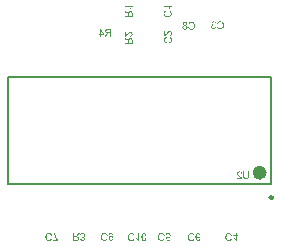
<source format=gbo>
G04 Layer_Color=13813960*
%FSLAX23Y23*%
%MOIN*%
G70*
G01*
G75*
%ADD45C,0.010*%
%ADD46C,0.024*%
%ADD47C,0.008*%
G36*
X1144Y1051D02*
X1145Y1051D01*
X1146Y1051D01*
X1147Y1050D01*
X1147Y1050D01*
X1148Y1050D01*
X1148Y1050D01*
X1148Y1050D01*
X1149Y1050D01*
X1149Y1050D01*
X1149Y1050D01*
X1149Y1050D01*
X1149Y1049D01*
X1150Y1049D01*
X1151Y1048D01*
X1152Y1047D01*
X1152Y1047D01*
X1153Y1046D01*
X1153Y1046D01*
X1153Y1045D01*
X1153Y1045D01*
X1153Y1045D01*
X1153Y1045D01*
X1153Y1045D01*
X1154Y1044D01*
X1154Y1043D01*
X1155Y1041D01*
X1155Y1040D01*
X1155Y1040D01*
X1155Y1039D01*
X1155Y1039D01*
Y1039D01*
X1155Y1038D01*
Y1038D01*
Y1038D01*
Y1038D01*
X1155Y1037D01*
X1155Y1035D01*
X1155Y1034D01*
X1154Y1034D01*
X1154Y1033D01*
X1154Y1033D01*
X1154Y1032D01*
X1154Y1032D01*
X1154Y1032D01*
X1154Y1031D01*
X1154Y1031D01*
X1154Y1031D01*
Y1031D01*
X1153Y1030D01*
X1152Y1029D01*
X1152Y1028D01*
X1151Y1028D01*
X1151Y1027D01*
X1151Y1027D01*
X1151Y1027D01*
X1150Y1027D01*
X1150Y1027D01*
X1150Y1026D01*
X1150Y1026D01*
X1150Y1026D01*
X1150Y1026D01*
X1149Y1026D01*
X1149Y1026D01*
X1148Y1025D01*
X1146Y1025D01*
X1145Y1025D01*
X1145Y1025D01*
X1144Y1025D01*
X1144Y1025D01*
X1144D01*
X1143Y1025D01*
X1143D01*
X1142Y1025D01*
X1142Y1025D01*
X1141Y1025D01*
X1140Y1025D01*
X1140Y1025D01*
X1139Y1025D01*
X1139Y1025D01*
X1138Y1026D01*
X1138Y1026D01*
X1137Y1026D01*
X1137Y1026D01*
X1137Y1026D01*
X1137Y1027D01*
X1136Y1027D01*
X1136Y1027D01*
X1136Y1027D01*
X1136Y1027D01*
X1135Y1028D01*
X1135Y1028D01*
X1134Y1029D01*
X1134Y1030D01*
X1133Y1031D01*
X1133Y1031D01*
X1133Y1032D01*
X1133Y1032D01*
X1133Y1032D01*
X1132Y1033D01*
X1132Y1033D01*
X1132Y1033D01*
Y1033D01*
X1136Y1034D01*
X1136Y1033D01*
X1136Y1033D01*
X1136Y1032D01*
X1136Y1032D01*
X1137Y1031D01*
X1137Y1031D01*
X1137Y1031D01*
X1137Y1030D01*
X1138Y1030D01*
X1138Y1030D01*
X1138Y1030D01*
X1138Y1029D01*
X1138Y1029D01*
X1138Y1029D01*
X1138Y1029D01*
X1138Y1029D01*
X1139Y1029D01*
X1139Y1029D01*
X1140Y1028D01*
X1141Y1028D01*
X1142Y1028D01*
X1142Y1028D01*
X1143Y1027D01*
X1143D01*
X1143Y1027D01*
X1143D01*
X1144Y1027D01*
X1145Y1028D01*
X1146Y1028D01*
X1146Y1028D01*
X1147Y1028D01*
X1147Y1028D01*
X1147Y1028D01*
X1147Y1029D01*
X1148Y1029D01*
X1148Y1029D01*
X1148D01*
X1148Y1029D01*
X1149Y1030D01*
X1149Y1030D01*
X1150Y1031D01*
X1150Y1031D01*
X1150Y1032D01*
X1150Y1032D01*
X1151Y1032D01*
X1151Y1032D01*
Y1032D01*
X1151Y1033D01*
X1151Y1034D01*
X1151Y1035D01*
X1151Y1036D01*
X1151Y1036D01*
X1151Y1037D01*
Y1037D01*
X1152Y1037D01*
Y1038D01*
Y1038D01*
Y1038D01*
Y1038D01*
X1151Y1039D01*
X1151Y1040D01*
X1151Y1041D01*
X1151Y1041D01*
X1151Y1042D01*
X1151Y1042D01*
X1151Y1043D01*
X1151Y1043D01*
X1151Y1043D01*
X1151Y1043D01*
Y1043D01*
X1150Y1044D01*
X1150Y1045D01*
X1150Y1045D01*
X1149Y1046D01*
X1149Y1046D01*
X1148Y1046D01*
X1148Y1047D01*
X1148Y1047D01*
X1148D01*
X1147Y1047D01*
X1146Y1048D01*
X1146Y1048D01*
X1145Y1048D01*
X1144Y1048D01*
X1144Y1048D01*
X1143D01*
X1143Y1048D01*
X1143D01*
X1142Y1048D01*
X1141Y1048D01*
X1141Y1048D01*
X1140Y1048D01*
X1139Y1047D01*
X1139Y1047D01*
X1139Y1047D01*
X1139Y1047D01*
X1138Y1046D01*
X1138Y1046D01*
X1137Y1045D01*
X1137Y1044D01*
X1137Y1044D01*
X1136Y1043D01*
X1136Y1043D01*
X1136Y1043D01*
X1136Y1043D01*
X1136Y1043D01*
Y1043D01*
X1133Y1044D01*
X1133Y1044D01*
X1133Y1045D01*
X1134Y1045D01*
X1134Y1046D01*
X1134Y1046D01*
X1134Y1047D01*
X1135Y1047D01*
X1135Y1048D01*
X1135Y1048D01*
X1136Y1048D01*
X1136Y1049D01*
X1136Y1049D01*
X1136Y1049D01*
X1136Y1049D01*
X1136Y1049D01*
X1136Y1049D01*
X1137Y1049D01*
X1137Y1050D01*
X1138Y1050D01*
X1139Y1050D01*
X1140Y1051D01*
X1141Y1051D01*
X1141Y1051D01*
X1142Y1051D01*
X1142Y1051D01*
X1142Y1051D01*
X1143Y1051D01*
X1143D01*
X1144Y1051D01*
D02*
G37*
G36*
X1123Y1051D02*
X1124Y1050D01*
X1124Y1050D01*
X1125Y1050D01*
X1125Y1050D01*
X1126Y1050D01*
X1126Y1049D01*
X1126Y1049D01*
X1126Y1049D01*
X1126Y1049D01*
X1126Y1049D01*
X1127Y1049D01*
X1127Y1048D01*
X1128Y1047D01*
X1128Y1047D01*
X1129Y1046D01*
X1129Y1045D01*
X1129Y1045D01*
X1129Y1045D01*
X1129Y1044D01*
X1129Y1044D01*
X1129Y1044D01*
Y1044D01*
X1126Y1044D01*
X1126Y1044D01*
X1126Y1045D01*
X1125Y1046D01*
X1125Y1046D01*
X1125Y1046D01*
X1125Y1047D01*
X1124Y1047D01*
X1124Y1047D01*
X1124Y1047D01*
X1123Y1048D01*
X1123Y1048D01*
X1122Y1048D01*
X1122Y1048D01*
X1122Y1048D01*
X1121D01*
X1121Y1048D01*
X1120Y1048D01*
X1120Y1048D01*
X1119Y1048D01*
X1119Y1047D01*
X1119Y1047D01*
X1118Y1047D01*
X1118Y1047D01*
X1118Y1047D01*
X1118Y1046D01*
X1117Y1046D01*
X1117Y1045D01*
X1117Y1045D01*
X1117Y1044D01*
Y1044D01*
Y1044D01*
Y1044D01*
Y1044D01*
X1117Y1043D01*
X1117Y1043D01*
X1118Y1042D01*
X1118Y1042D01*
X1118Y1041D01*
X1119Y1041D01*
X1119Y1041D01*
X1119Y1041D01*
X1119D01*
X1119Y1041D01*
X1120Y1040D01*
X1121Y1040D01*
X1121Y1040D01*
X1122Y1040D01*
X1122Y1040D01*
X1123D01*
X1123Y1040D01*
X1123D01*
X1123Y1037D01*
X1123Y1037D01*
X1122Y1037D01*
X1122Y1037D01*
X1122Y1037D01*
X1121Y1037D01*
X1121D01*
X1120Y1037D01*
X1120Y1037D01*
X1119Y1037D01*
X1118Y1037D01*
X1118Y1037D01*
X1118Y1036D01*
X1118Y1036D01*
X1117Y1036D01*
X1117Y1036D01*
X1117Y1035D01*
X1116Y1034D01*
X1116Y1034D01*
X1116Y1033D01*
X1116Y1033D01*
X1116Y1033D01*
Y1033D01*
Y1033D01*
Y1032D01*
X1116Y1032D01*
X1116Y1031D01*
X1116Y1030D01*
X1117Y1030D01*
X1117Y1029D01*
X1117Y1029D01*
X1117Y1029D01*
X1118Y1029D01*
X1118Y1028D01*
X1119Y1028D01*
X1119Y1028D01*
X1120Y1027D01*
X1121Y1027D01*
X1121Y1027D01*
X1121Y1027D01*
X1121D01*
X1122Y1027D01*
X1123Y1027D01*
X1123Y1028D01*
X1124Y1028D01*
X1124Y1028D01*
X1124Y1028D01*
X1124Y1028D01*
X1124Y1028D01*
X1125Y1029D01*
X1125Y1029D01*
X1126Y1030D01*
X1126Y1031D01*
X1126Y1031D01*
X1126Y1032D01*
X1126Y1032D01*
X1126Y1032D01*
X1126Y1032D01*
X1126Y1032D01*
Y1032D01*
X1129Y1032D01*
X1129Y1031D01*
X1129Y1031D01*
X1129Y1030D01*
X1129Y1029D01*
X1128Y1028D01*
X1128Y1028D01*
X1128Y1028D01*
X1128Y1027D01*
X1127Y1027D01*
X1127Y1027D01*
X1127Y1027D01*
X1127Y1027D01*
X1127Y1027D01*
X1127Y1027D01*
X1126Y1026D01*
X1126Y1026D01*
X1126Y1026D01*
X1125Y1025D01*
X1124Y1025D01*
X1123Y1025D01*
X1123Y1025D01*
X1123Y1025D01*
X1122Y1025D01*
X1122Y1025D01*
X1122Y1025D01*
X1121D01*
X1121Y1025D01*
X1120Y1025D01*
X1119Y1025D01*
X1119Y1025D01*
X1118Y1025D01*
X1118Y1025D01*
X1117Y1026D01*
X1117Y1026D01*
X1116Y1026D01*
X1116Y1026D01*
X1116Y1026D01*
X1116Y1027D01*
X1115Y1027D01*
X1115Y1027D01*
X1115Y1027D01*
X1115Y1027D01*
X1115Y1027D01*
X1114Y1028D01*
X1114Y1028D01*
X1114Y1029D01*
X1113Y1029D01*
X1113Y1030D01*
X1113Y1031D01*
X1113Y1031D01*
X1113Y1031D01*
X1113Y1032D01*
X1113Y1032D01*
X1113Y1032D01*
Y1032D01*
Y1033D01*
Y1033D01*
X1113Y1033D01*
X1113Y1034D01*
X1113Y1035D01*
X1113Y1036D01*
X1114Y1036D01*
X1114Y1036D01*
X1114Y1037D01*
X1114Y1037D01*
X1114Y1037D01*
X1115Y1038D01*
X1116Y1038D01*
X1116Y1038D01*
X1117Y1039D01*
X1117Y1039D01*
X1117Y1039D01*
X1117Y1039D01*
X1117Y1039D01*
X1117D01*
X1117Y1039D01*
X1116Y1040D01*
X1116Y1040D01*
X1116Y1040D01*
X1115Y1041D01*
X1115Y1041D01*
X1115Y1041D01*
X1115Y1041D01*
X1115Y1042D01*
X1114Y1042D01*
X1114Y1043D01*
X1114Y1043D01*
X1114Y1043D01*
X1114Y1044D01*
Y1044D01*
Y1044D01*
X1114Y1045D01*
X1114Y1045D01*
X1114Y1046D01*
X1114Y1046D01*
X1115Y1047D01*
X1115Y1047D01*
X1115Y1047D01*
X1115Y1047D01*
X1115Y1048D01*
X1116Y1048D01*
X1116Y1049D01*
X1117Y1049D01*
X1117Y1049D01*
X1117Y1050D01*
X1118Y1050D01*
X1118Y1050D01*
X1118D01*
X1118Y1050D01*
X1119Y1050D01*
X1120Y1050D01*
X1120Y1051D01*
X1121Y1051D01*
X1121Y1051D01*
X1122D01*
X1123Y1051D01*
D02*
G37*
G36*
X1070Y345D02*
X1071Y345D01*
X1071Y345D01*
X1072Y344D01*
X1073Y344D01*
X1073Y344D01*
X1073Y344D01*
X1073Y344D01*
X1073Y344D01*
X1073D01*
X1074Y343D01*
X1074Y343D01*
X1075Y342D01*
X1075Y342D01*
X1076Y341D01*
X1076Y341D01*
X1076Y341D01*
X1076Y341D01*
X1076Y341D01*
Y341D01*
X1076Y340D01*
X1077Y339D01*
X1077Y338D01*
X1077Y338D01*
X1077Y337D01*
Y337D01*
X1077Y337D01*
Y336D01*
Y336D01*
Y336D01*
Y336D01*
X1077Y336D01*
X1077Y335D01*
X1077Y334D01*
X1077Y334D01*
X1077Y333D01*
X1076Y333D01*
X1076Y332D01*
X1076Y332D01*
X1076Y331D01*
X1076Y331D01*
X1075Y331D01*
X1075Y331D01*
X1075Y330D01*
X1075Y330D01*
X1075Y330D01*
X1075Y330D01*
X1075Y330D01*
X1074Y329D01*
X1074Y329D01*
X1073Y329D01*
X1073Y329D01*
X1072Y328D01*
X1071Y328D01*
X1071Y328D01*
X1071Y328D01*
X1070Y328D01*
X1070Y328D01*
X1070Y328D01*
X1070D01*
X1069Y328D01*
X1068Y328D01*
X1068Y328D01*
X1067Y328D01*
X1067Y328D01*
X1066Y329D01*
X1066Y329D01*
X1066Y329D01*
X1066D01*
X1066Y329D01*
X1065Y329D01*
X1065Y330D01*
X1064Y330D01*
X1064Y331D01*
X1064Y331D01*
X1063Y331D01*
X1063Y331D01*
Y331D01*
X1063Y330D01*
X1063Y329D01*
X1064Y329D01*
X1064Y328D01*
X1064Y328D01*
X1064Y327D01*
X1064Y327D01*
X1064Y327D01*
X1064Y326D01*
X1064Y326D01*
X1064Y326D01*
X1064Y326D01*
X1064Y325D01*
X1064Y325D01*
Y325D01*
X1065Y325D01*
X1065Y324D01*
X1065Y323D01*
X1066Y323D01*
X1066Y323D01*
X1066Y322D01*
X1067Y322D01*
X1067Y322D01*
X1067Y322D01*
X1067Y322D01*
X1068Y322D01*
X1068Y321D01*
X1069Y321D01*
X1069Y321D01*
X1069D01*
X1070Y321D01*
X1071Y322D01*
X1071Y322D01*
X1072Y322D01*
X1072Y322D01*
X1072Y322D01*
X1072Y323D01*
X1072Y323D01*
X1073Y323D01*
X1073Y323D01*
X1073Y324D01*
X1073Y324D01*
X1073Y325D01*
X1074Y325D01*
X1074Y325D01*
X1074Y325D01*
Y325D01*
X1077Y325D01*
X1077Y324D01*
X1076Y323D01*
X1076Y322D01*
X1075Y322D01*
X1075Y321D01*
X1075Y321D01*
X1075Y321D01*
X1075Y321D01*
X1074Y321D01*
X1074Y320D01*
X1074Y320D01*
X1074Y320D01*
X1074Y320D01*
X1073Y319D01*
X1072Y319D01*
X1071Y319D01*
X1071Y319D01*
X1070Y319D01*
X1070D01*
X1070Y319D01*
X1069D01*
X1069Y319D01*
X1068Y319D01*
X1067Y319D01*
X1067Y319D01*
X1066Y319D01*
X1066Y320D01*
X1065Y320D01*
X1065Y320D01*
X1064Y320D01*
X1064Y321D01*
X1064Y321D01*
X1063Y321D01*
X1063Y321D01*
X1063Y322D01*
X1063Y322D01*
X1063Y322D01*
X1062Y322D01*
X1062Y323D01*
X1062Y324D01*
X1061Y325D01*
X1061Y326D01*
X1061Y327D01*
X1061Y328D01*
X1061Y328D01*
X1060Y329D01*
X1060Y330D01*
X1060Y331D01*
X1060Y331D01*
Y332D01*
X1060Y332D01*
Y332D01*
Y332D01*
Y332D01*
Y333D01*
X1060Y334D01*
X1060Y335D01*
X1060Y336D01*
X1061Y337D01*
X1061Y338D01*
X1061Y338D01*
X1061Y339D01*
X1061Y340D01*
X1062Y340D01*
X1062Y341D01*
X1062Y341D01*
X1062Y341D01*
X1062Y342D01*
X1063Y342D01*
X1063Y342D01*
X1063Y342D01*
X1063Y343D01*
X1064Y343D01*
X1064Y343D01*
X1065Y344D01*
X1065Y344D01*
X1066Y344D01*
X1066Y344D01*
X1067Y345D01*
X1067Y345D01*
X1068Y345D01*
X1068Y345D01*
X1068Y345D01*
X1069D01*
X1069Y345D01*
X1069D01*
X1070Y345D01*
D02*
G37*
G36*
X1048D02*
X1048Y345D01*
X1049Y345D01*
X1050Y345D01*
X1050Y344D01*
X1051Y344D01*
X1051Y344D01*
X1052Y344D01*
X1052Y344D01*
X1053Y343D01*
X1053Y343D01*
X1053Y343D01*
X1053Y343D01*
X1054Y343D01*
X1054Y343D01*
X1054Y343D01*
X1054Y342D01*
X1055Y342D01*
X1055Y341D01*
X1055Y341D01*
X1056Y340D01*
X1057Y339D01*
X1057Y338D01*
X1057Y338D01*
X1057Y337D01*
X1057Y337D01*
X1057Y337D01*
X1057Y337D01*
X1057Y336D01*
Y336D01*
X1054Y336D01*
X1054Y336D01*
X1054Y337D01*
X1054Y337D01*
X1053Y338D01*
X1053Y338D01*
X1053Y338D01*
X1053Y339D01*
X1052Y339D01*
X1052Y339D01*
X1052Y340D01*
X1052Y340D01*
X1052Y340D01*
X1052Y340D01*
X1051Y340D01*
X1051Y340D01*
X1051Y340D01*
X1051Y341D01*
X1051Y341D01*
X1050Y341D01*
X1049Y342D01*
X1048Y342D01*
X1048Y342D01*
X1047Y342D01*
X1047D01*
X1047Y342D01*
X1047D01*
X1046Y342D01*
X1045Y342D01*
X1044Y342D01*
X1043Y341D01*
X1043Y341D01*
X1043Y341D01*
X1043Y341D01*
X1042Y341D01*
X1042Y341D01*
X1042Y341D01*
X1042D01*
X1041Y340D01*
X1041Y340D01*
X1040Y339D01*
X1040Y339D01*
X1040Y338D01*
X1039Y338D01*
X1039Y337D01*
X1039Y337D01*
X1039Y337D01*
Y337D01*
X1039Y336D01*
X1039Y335D01*
X1039Y334D01*
X1038Y333D01*
X1038Y333D01*
X1038Y333D01*
Y332D01*
X1038Y332D01*
Y332D01*
Y332D01*
Y332D01*
Y331D01*
X1038Y331D01*
X1038Y330D01*
X1039Y329D01*
X1039Y328D01*
X1039Y327D01*
X1039Y327D01*
X1039Y327D01*
X1039Y327D01*
X1039Y327D01*
X1039Y327D01*
Y327D01*
X1039Y326D01*
X1040Y325D01*
X1040Y324D01*
X1041Y324D01*
X1041Y323D01*
X1042Y323D01*
X1042Y323D01*
X1042Y323D01*
X1042D01*
X1043Y322D01*
X1043Y322D01*
X1044Y322D01*
X1045Y321D01*
X1046Y321D01*
X1046Y321D01*
X1046D01*
X1047Y321D01*
X1047D01*
X1048Y321D01*
X1049Y321D01*
X1049Y322D01*
X1050Y322D01*
X1050Y322D01*
X1051Y322D01*
X1051Y323D01*
X1051Y323D01*
X1052Y323D01*
X1052Y324D01*
X1053Y324D01*
X1053Y325D01*
X1053Y326D01*
X1053Y326D01*
X1054Y326D01*
X1054Y326D01*
X1054Y327D01*
X1054Y327D01*
Y327D01*
X1057Y326D01*
X1057Y325D01*
X1057Y325D01*
X1056Y324D01*
X1056Y324D01*
X1056Y323D01*
X1055Y323D01*
X1055Y322D01*
X1055Y322D01*
X1055Y321D01*
X1054Y321D01*
X1054Y321D01*
X1054Y321D01*
X1054Y321D01*
X1053Y320D01*
X1053Y320D01*
X1053Y320D01*
X1053Y320D01*
X1052Y320D01*
X1052Y319D01*
X1051Y319D01*
X1050Y319D01*
X1049Y319D01*
X1049Y319D01*
X1048Y319D01*
X1048Y318D01*
X1048Y318D01*
X1047Y318D01*
X1047D01*
X1046Y318D01*
X1044Y319D01*
X1043Y319D01*
X1043Y319D01*
X1043Y319D01*
X1042Y319D01*
X1042Y319D01*
X1041Y320D01*
X1041Y320D01*
X1041Y320D01*
X1041Y320D01*
X1041Y320D01*
X1041Y320D01*
X1040Y321D01*
X1039Y321D01*
X1038Y322D01*
X1037Y323D01*
X1037Y323D01*
X1037Y324D01*
X1037Y324D01*
X1037Y324D01*
X1036Y324D01*
X1036Y324D01*
X1036Y325D01*
X1036Y326D01*
X1035Y327D01*
X1035Y328D01*
X1035Y329D01*
X1035Y330D01*
X1035Y330D01*
X1035Y330D01*
Y331D01*
X1035Y331D01*
Y331D01*
Y331D01*
Y331D01*
X1035Y333D01*
X1035Y334D01*
X1035Y335D01*
X1035Y336D01*
X1036Y336D01*
X1036Y337D01*
X1036Y337D01*
X1036Y338D01*
X1036Y338D01*
X1036Y338D01*
X1036Y338D01*
X1036Y338D01*
Y338D01*
X1037Y339D01*
X1037Y340D01*
X1038Y341D01*
X1038Y342D01*
X1039Y342D01*
X1039Y342D01*
X1039Y343D01*
X1039Y343D01*
X1040Y343D01*
X1040Y343D01*
X1040Y343D01*
X1040Y343D01*
X1040Y343D01*
X1041Y344D01*
X1041Y344D01*
X1042Y344D01*
X1043Y345D01*
X1044Y345D01*
X1045Y345D01*
X1045Y345D01*
X1046Y345D01*
X1046D01*
X1046Y345D01*
X1047D01*
X1048Y345D01*
D02*
G37*
G36*
X1199Y338D02*
X1202D01*
Y335D01*
X1199D01*
Y319D01*
X1196D01*
X1184Y335D01*
Y338D01*
X1195D01*
Y344D01*
X1199D01*
Y338D01*
D02*
G37*
G36*
X981Y1100D02*
X980Y1100D01*
X979Y1100D01*
X979Y1099D01*
X978Y1099D01*
X978Y1098D01*
X978Y1098D01*
X977Y1098D01*
X977Y1098D01*
X977Y1098D01*
X977Y1098D01*
X977Y1097D01*
X976Y1096D01*
X976Y1095D01*
X975Y1094D01*
X975Y1094D01*
X975Y1094D01*
X974Y1093D01*
X974Y1093D01*
X974Y1093D01*
X974Y1093D01*
Y1093D01*
X971D01*
X971Y1093D01*
X972Y1094D01*
X972Y1095D01*
X972Y1095D01*
X972Y1096D01*
X973Y1096D01*
X973Y1096D01*
X973Y1096D01*
Y1096D01*
X973Y1097D01*
X974Y1097D01*
X974Y1098D01*
X974Y1098D01*
X975Y1099D01*
X975Y1099D01*
X975Y1099D01*
X975Y1099D01*
X955D01*
Y1102D01*
X981D01*
Y1100D01*
D02*
G37*
G36*
X1026Y1049D02*
X1026Y1049D01*
X1027Y1048D01*
X1028Y1048D01*
X1028Y1048D01*
X1029Y1048D01*
X1029Y1048D01*
X1029Y1047D01*
X1030Y1047D01*
X1030Y1047D01*
X1030Y1047D01*
X1030Y1047D01*
X1030Y1047D01*
X1030Y1047D01*
X1031Y1047D01*
X1031Y1046D01*
X1031Y1046D01*
X1031Y1046D01*
X1032Y1045D01*
X1032Y1044D01*
X1032Y1044D01*
X1032Y1043D01*
X1032Y1043D01*
X1032Y1043D01*
X1033Y1042D01*
Y1042D01*
Y1042D01*
Y1042D01*
X1032Y1041D01*
X1032Y1041D01*
X1032Y1040D01*
X1032Y1040D01*
X1032Y1039D01*
X1032Y1039D01*
X1032Y1039D01*
X1032Y1039D01*
X1031Y1038D01*
X1031Y1038D01*
X1030Y1038D01*
X1030Y1037D01*
X1029Y1037D01*
X1029Y1037D01*
X1029Y1037D01*
X1029Y1037D01*
X1029Y1037D01*
X1029D01*
X1030Y1037D01*
X1030Y1036D01*
X1031Y1036D01*
X1031Y1035D01*
X1032Y1035D01*
X1032Y1035D01*
X1032Y1035D01*
X1032Y1035D01*
Y1034D01*
X1033Y1034D01*
X1033Y1033D01*
X1033Y1032D01*
X1033Y1032D01*
X1033Y1031D01*
X1034Y1031D01*
Y1031D01*
X1034Y1031D01*
Y1030D01*
Y1030D01*
Y1030D01*
X1034Y1030D01*
X1033Y1029D01*
X1033Y1029D01*
X1033Y1028D01*
X1033Y1027D01*
X1033Y1027D01*
X1032Y1026D01*
X1032Y1026D01*
X1032Y1026D01*
X1032Y1025D01*
X1032Y1025D01*
X1031Y1025D01*
X1031Y1025D01*
X1031Y1025D01*
X1031Y1025D01*
X1031Y1024D01*
X1030Y1024D01*
X1030Y1024D01*
X1029Y1023D01*
X1029Y1023D01*
X1028Y1023D01*
X1027Y1023D01*
X1027Y1023D01*
X1026Y1023D01*
X1026Y1023D01*
X1026Y1023D01*
X1025Y1022D01*
X1025D01*
X1024Y1023D01*
X1024Y1023D01*
X1023Y1023D01*
X1023Y1023D01*
X1022Y1023D01*
X1022Y1023D01*
X1021Y1023D01*
X1021Y1024D01*
X1020Y1024D01*
X1020Y1024D01*
X1020Y1024D01*
X1019Y1024D01*
X1019Y1024D01*
X1019Y1025D01*
X1019Y1025D01*
X1019Y1025D01*
X1019Y1025D01*
X1018Y1026D01*
X1018Y1026D01*
X1018Y1027D01*
X1017Y1027D01*
X1017Y1027D01*
X1017Y1028D01*
X1017Y1029D01*
X1017Y1029D01*
X1017Y1029D01*
X1017Y1030D01*
X1017Y1030D01*
Y1030D01*
Y1030D01*
Y1030D01*
X1017Y1031D01*
X1017Y1032D01*
X1017Y1033D01*
X1017Y1033D01*
X1018Y1034D01*
X1018Y1034D01*
X1018Y1034D01*
X1018Y1034D01*
Y1034D01*
X1018Y1035D01*
X1019Y1035D01*
X1020Y1036D01*
X1020Y1036D01*
X1021Y1036D01*
X1021Y1037D01*
X1021Y1037D01*
X1021Y1037D01*
X1021Y1037D01*
X1021D01*
X1021Y1037D01*
X1020Y1037D01*
X1020Y1038D01*
X1019Y1038D01*
X1019Y1038D01*
X1019Y1039D01*
X1019Y1039D01*
X1019Y1039D01*
X1018Y1039D01*
X1018Y1040D01*
X1018Y1040D01*
X1018Y1041D01*
X1018Y1041D01*
X1018Y1042D01*
Y1042D01*
Y1042D01*
Y1042D01*
X1018Y1042D01*
X1018Y1043D01*
X1018Y1044D01*
X1018Y1045D01*
X1019Y1045D01*
X1019Y1046D01*
X1019Y1046D01*
X1019Y1046D01*
X1020Y1046D01*
X1020Y1047D01*
X1020Y1047D01*
X1020Y1047D01*
X1020Y1047D01*
X1021Y1047D01*
X1021Y1048D01*
X1021Y1048D01*
X1022Y1048D01*
X1023Y1048D01*
X1024Y1048D01*
X1024Y1049D01*
X1024Y1049D01*
X1025Y1049D01*
X1025Y1049D01*
X1025D01*
X1026Y1049D01*
D02*
G37*
G36*
X1173Y345D02*
X1173Y345D01*
X1174Y345D01*
X1175Y345D01*
X1175Y344D01*
X1176Y344D01*
X1176Y344D01*
X1177Y344D01*
X1177Y344D01*
X1178Y343D01*
X1178Y343D01*
X1178Y343D01*
X1178Y343D01*
X1179Y343D01*
X1179Y343D01*
X1179Y343D01*
X1179Y342D01*
X1180Y342D01*
X1180Y341D01*
X1180Y341D01*
X1181Y340D01*
X1182Y339D01*
X1182Y338D01*
X1182Y338D01*
X1182Y337D01*
X1182Y337D01*
X1182Y337D01*
X1182Y337D01*
X1182Y336D01*
Y336D01*
X1179Y336D01*
X1179Y336D01*
X1179Y337D01*
X1179Y337D01*
X1178Y338D01*
X1178Y338D01*
X1178Y338D01*
X1178Y339D01*
X1177Y339D01*
X1177Y339D01*
X1177Y340D01*
X1177Y340D01*
X1177Y340D01*
X1177Y340D01*
X1176Y340D01*
X1176Y340D01*
X1176Y340D01*
X1176Y341D01*
X1176Y341D01*
X1175Y341D01*
X1174Y342D01*
X1173Y342D01*
X1173Y342D01*
X1172Y342D01*
X1172D01*
X1172Y342D01*
X1172D01*
X1171Y342D01*
X1170Y342D01*
X1169Y342D01*
X1168Y341D01*
X1168Y341D01*
X1168Y341D01*
X1168Y341D01*
X1167Y341D01*
X1167Y341D01*
X1167Y341D01*
X1167D01*
X1166Y340D01*
X1166Y340D01*
X1165Y339D01*
X1165Y339D01*
X1165Y338D01*
X1164Y338D01*
X1164Y337D01*
X1164Y337D01*
X1164Y337D01*
Y337D01*
X1164Y336D01*
X1164Y335D01*
X1164Y334D01*
X1163Y333D01*
X1163Y333D01*
X1163Y333D01*
Y332D01*
X1163Y332D01*
Y332D01*
Y332D01*
Y332D01*
Y331D01*
X1163Y331D01*
X1163Y330D01*
X1164Y329D01*
X1164Y328D01*
X1164Y327D01*
X1164Y327D01*
X1164Y327D01*
X1164Y327D01*
X1164Y327D01*
X1164Y327D01*
Y327D01*
X1164Y326D01*
X1165Y325D01*
X1165Y324D01*
X1166Y324D01*
X1166Y323D01*
X1167Y323D01*
X1167Y323D01*
X1167Y323D01*
X1167D01*
X1168Y322D01*
X1168Y322D01*
X1169Y322D01*
X1170Y321D01*
X1171Y321D01*
X1171Y321D01*
X1171D01*
X1172Y321D01*
X1172D01*
X1173Y321D01*
X1174Y321D01*
X1174Y322D01*
X1175Y322D01*
X1175Y322D01*
X1176Y322D01*
X1176Y323D01*
X1176Y323D01*
X1177Y323D01*
X1177Y324D01*
X1178Y324D01*
X1178Y325D01*
X1178Y326D01*
X1178Y326D01*
X1179Y326D01*
X1179Y326D01*
X1179Y327D01*
X1179Y327D01*
Y327D01*
X1182Y326D01*
X1182Y325D01*
X1182Y325D01*
X1181Y324D01*
X1181Y324D01*
X1181Y323D01*
X1180Y323D01*
X1180Y322D01*
X1180Y322D01*
X1180Y321D01*
X1179Y321D01*
X1179Y321D01*
X1179Y321D01*
X1179Y321D01*
X1178Y320D01*
X1178Y320D01*
X1178Y320D01*
X1178Y320D01*
X1177Y320D01*
X1177Y319D01*
X1176Y319D01*
X1175Y319D01*
X1174Y319D01*
X1174Y319D01*
X1173Y319D01*
X1173Y318D01*
X1173Y318D01*
X1172Y318D01*
X1172D01*
X1171Y318D01*
X1169Y319D01*
X1168Y319D01*
X1168Y319D01*
X1168Y319D01*
X1167Y319D01*
X1167Y319D01*
X1166Y320D01*
X1166Y320D01*
X1166Y320D01*
X1166Y320D01*
X1166Y320D01*
X1166Y320D01*
X1165Y321D01*
X1164Y321D01*
X1163Y322D01*
X1162Y323D01*
X1162Y323D01*
X1162Y324D01*
X1162Y324D01*
X1162Y324D01*
X1161Y324D01*
X1161Y324D01*
X1161Y325D01*
X1161Y326D01*
X1160Y327D01*
X1160Y328D01*
X1160Y329D01*
X1160Y330D01*
X1160Y330D01*
X1160Y330D01*
Y331D01*
X1160Y331D01*
Y331D01*
Y331D01*
Y331D01*
X1160Y333D01*
X1160Y334D01*
X1160Y335D01*
X1160Y336D01*
X1161Y336D01*
X1161Y337D01*
X1161Y337D01*
X1161Y338D01*
X1161Y338D01*
X1161Y338D01*
X1161Y338D01*
X1161Y338D01*
Y338D01*
X1162Y339D01*
X1162Y340D01*
X1163Y341D01*
X1163Y342D01*
X1164Y342D01*
X1164Y342D01*
X1164Y343D01*
X1164Y343D01*
X1165Y343D01*
X1165Y343D01*
X1165Y343D01*
X1165Y343D01*
X1165Y343D01*
X1166Y344D01*
X1166Y344D01*
X1167Y344D01*
X1168Y345D01*
X1169Y345D01*
X1170Y345D01*
X1170Y345D01*
X1171Y345D01*
X1171D01*
X1171Y345D01*
X1172D01*
X1173Y345D01*
D02*
G37*
G36*
X964Y1084D02*
X963Y1084D01*
X963Y1084D01*
X962Y1084D01*
X962Y1084D01*
X961Y1083D01*
X961Y1083D01*
X961Y1083D01*
X960Y1083D01*
X960Y1082D01*
X960Y1082D01*
X960Y1082D01*
X959Y1082D01*
X959Y1082D01*
X959Y1082D01*
X959Y1082D01*
X959Y1082D01*
X959Y1081D01*
X959Y1081D01*
X958Y1080D01*
X958Y1079D01*
X958Y1078D01*
X958Y1078D01*
X957Y1077D01*
Y1077D01*
X957Y1077D01*
Y1077D01*
Y1077D01*
Y1077D01*
X957Y1076D01*
X958Y1075D01*
X958Y1074D01*
X958Y1074D01*
X958Y1073D01*
X958Y1073D01*
X958Y1073D01*
X959Y1073D01*
X959Y1072D01*
X959Y1072D01*
Y1072D01*
X959Y1072D01*
X960Y1071D01*
X960Y1071D01*
X961Y1070D01*
X961Y1070D01*
X962Y1070D01*
X962Y1070D01*
X962Y1069D01*
X962Y1069D01*
X962D01*
X963Y1069D01*
X964Y1069D01*
X965Y1069D01*
X966Y1069D01*
X966Y1069D01*
X967Y1069D01*
X967D01*
X967Y1068D01*
X968D01*
X969Y1069D01*
X970Y1069D01*
X971Y1069D01*
X971Y1069D01*
X972Y1069D01*
X972Y1069D01*
X973Y1069D01*
X973Y1069D01*
X973Y1069D01*
X973Y1069D01*
X973D01*
X974Y1070D01*
X975Y1070D01*
X975Y1070D01*
X976Y1071D01*
X976Y1071D01*
X976Y1072D01*
X977Y1072D01*
X977Y1072D01*
Y1072D01*
X977Y1073D01*
X978Y1074D01*
X978Y1074D01*
X978Y1075D01*
X978Y1076D01*
X978Y1076D01*
Y1077D01*
X978Y1077D01*
Y1077D01*
Y1077D01*
Y1077D01*
X978Y1078D01*
X978Y1079D01*
X978Y1079D01*
X978Y1080D01*
X977Y1081D01*
X977Y1081D01*
X977Y1081D01*
X977Y1081D01*
X976Y1082D01*
X976Y1082D01*
X975Y1083D01*
X974Y1083D01*
X974Y1084D01*
X973Y1084D01*
X973Y1084D01*
X973Y1084D01*
X973Y1084D01*
X973Y1084D01*
X973D01*
X974Y1087D01*
X974Y1087D01*
X975Y1087D01*
X975Y1086D01*
X976Y1086D01*
X976Y1086D01*
X977Y1086D01*
X977Y1085D01*
X978Y1085D01*
X978Y1085D01*
X978Y1084D01*
X979Y1084D01*
X979Y1084D01*
X979Y1084D01*
X979Y1084D01*
X979Y1084D01*
X979Y1084D01*
X979Y1083D01*
X980Y1083D01*
X980Y1082D01*
X980Y1081D01*
X981Y1080D01*
X981Y1079D01*
X981Y1079D01*
X981Y1078D01*
X981Y1078D01*
X981Y1078D01*
X981Y1077D01*
Y1077D01*
Y1077D01*
Y1077D01*
X981Y1076D01*
X981Y1075D01*
X981Y1074D01*
X980Y1073D01*
X980Y1073D01*
X980Y1072D01*
X980Y1072D01*
X980Y1072D01*
X980Y1071D01*
X980Y1071D01*
X980Y1071D01*
X980Y1071D01*
X979Y1071D01*
X979Y1070D01*
X978Y1069D01*
X977Y1068D01*
X977Y1068D01*
X976Y1067D01*
X976Y1067D01*
X975Y1067D01*
X975Y1067D01*
X975Y1067D01*
X975Y1067D01*
X975Y1067D01*
X974Y1066D01*
X973Y1066D01*
X971Y1065D01*
X970Y1065D01*
X970Y1065D01*
X969Y1065D01*
X969Y1065D01*
X969D01*
X968Y1065D01*
X968D01*
X967Y1065D01*
X965Y1065D01*
X964Y1065D01*
X964Y1066D01*
X963Y1066D01*
X963Y1066D01*
X962Y1066D01*
X962Y1066D01*
X962Y1066D01*
X961Y1066D01*
X961Y1066D01*
X961Y1066D01*
X961D01*
X960Y1067D01*
X959Y1068D01*
X958Y1068D01*
X958Y1069D01*
X957Y1069D01*
X957Y1069D01*
X957Y1069D01*
X957Y1070D01*
X957Y1070D01*
X956Y1070D01*
X956Y1070D01*
X956Y1070D01*
X956Y1070D01*
X956Y1071D01*
X956Y1071D01*
X955Y1072D01*
X955Y1074D01*
X955Y1075D01*
X955Y1075D01*
X955Y1076D01*
X955Y1076D01*
Y1076D01*
X955Y1077D01*
Y1077D01*
Y1077D01*
Y1077D01*
X955Y1078D01*
X955Y1078D01*
X955Y1079D01*
X955Y1080D01*
X955Y1080D01*
X955Y1081D01*
X955Y1081D01*
X956Y1082D01*
X956Y1082D01*
X956Y1083D01*
X956Y1083D01*
X956Y1083D01*
X957Y1084D01*
X957Y1084D01*
X957Y1084D01*
X957Y1084D01*
X957Y1084D01*
X958Y1085D01*
X958Y1085D01*
X959Y1086D01*
X960Y1086D01*
X961Y1087D01*
X961Y1087D01*
X962Y1087D01*
X962Y1087D01*
X962Y1087D01*
X963Y1088D01*
X963Y1088D01*
X963Y1088D01*
X963D01*
X964Y1084D01*
D02*
G37*
G36*
X779Y345D02*
X780Y345D01*
X781Y345D01*
X782Y345D01*
X782Y345D01*
X782Y344D01*
X783Y344D01*
X783Y344D01*
X783Y344D01*
X783Y344D01*
X783Y344D01*
X783D01*
X784Y343D01*
X785Y343D01*
X785Y342D01*
X785Y341D01*
X786Y341D01*
X786Y340D01*
X786Y340D01*
X786Y340D01*
X786Y340D01*
X786Y340D01*
Y340D01*
X786Y339D01*
X787Y338D01*
X787Y337D01*
X787Y336D01*
X787Y334D01*
X787Y334D01*
X787Y333D01*
Y333D01*
X787Y332D01*
Y332D01*
Y332D01*
Y332D01*
Y332D01*
Y331D01*
X787Y330D01*
X787Y329D01*
X787Y329D01*
X787Y328D01*
X787Y327D01*
X787Y327D01*
X787Y326D01*
X787Y326D01*
X787Y326D01*
X787Y325D01*
X786Y325D01*
X786Y325D01*
X786Y325D01*
X786Y325D01*
Y325D01*
X786Y324D01*
X785Y323D01*
X785Y322D01*
X784Y322D01*
X784Y321D01*
X783Y321D01*
X783Y321D01*
X783Y321D01*
X783Y321D01*
X783D01*
X782Y320D01*
X782Y320D01*
X781Y320D01*
X780Y319D01*
X779Y319D01*
X779Y319D01*
X779D01*
X779Y319D01*
X779D01*
X778Y319D01*
X777Y319D01*
X777Y320D01*
X776Y320D01*
X775Y320D01*
X775Y320D01*
X774Y320D01*
X774Y321D01*
X774Y321D01*
X773Y321D01*
X773Y321D01*
X773Y321D01*
X773Y322D01*
X773Y322D01*
X773Y322D01*
X772Y322D01*
X772Y323D01*
X772Y323D01*
X771Y324D01*
X771Y324D01*
X771Y325D01*
X771Y326D01*
X771Y326D01*
X771Y327D01*
X771Y327D01*
X771Y327D01*
X771Y328D01*
Y328D01*
Y328D01*
Y328D01*
X771Y329D01*
X771Y329D01*
X771Y330D01*
X771Y330D01*
X771Y331D01*
X771Y332D01*
X771Y332D01*
X772Y332D01*
X772Y333D01*
X772Y333D01*
X772Y333D01*
X772Y334D01*
X773Y334D01*
X773Y334D01*
X773Y334D01*
X773Y334D01*
X773Y334D01*
X774Y335D01*
X774Y335D01*
X774Y335D01*
X775Y336D01*
X775Y336D01*
X776Y336D01*
X777Y336D01*
X777Y336D01*
X777Y336D01*
X778Y336D01*
X778Y336D01*
X778D01*
X779Y336D01*
X779Y336D01*
X780Y336D01*
X781Y336D01*
X781Y336D01*
X781Y336D01*
X782Y335D01*
X782Y335D01*
X782Y335D01*
X783Y335D01*
X783Y334D01*
X784Y334D01*
X784Y333D01*
X784Y333D01*
X784Y333D01*
X784Y333D01*
Y333D01*
Y333D01*
Y334D01*
Y334D01*
X784Y334D01*
X784Y335D01*
X784Y336D01*
X784Y336D01*
X784Y337D01*
X784Y337D01*
X784Y337D01*
Y337D01*
X784Y337D01*
Y337D01*
X784Y338D01*
X783Y339D01*
X783Y339D01*
X783Y340D01*
X783Y340D01*
X783Y340D01*
X783Y340D01*
X783Y340D01*
X782Y341D01*
X782Y341D01*
X782Y341D01*
X781Y342D01*
X781Y342D01*
X781Y342D01*
X781Y342D01*
X781Y342D01*
X780Y342D01*
X780Y343D01*
X780Y343D01*
X779Y343D01*
X779Y343D01*
X779Y343D01*
X778D01*
X778Y343D01*
X777Y343D01*
X777Y343D01*
X776Y342D01*
X776Y342D01*
X776Y342D01*
X776Y342D01*
X775Y342D01*
X775Y342D01*
X775Y341D01*
X775Y341D01*
X774Y340D01*
X774Y340D01*
X774Y339D01*
X774Y339D01*
Y339D01*
X774Y339D01*
Y339D01*
X771Y339D01*
X771Y340D01*
X772Y341D01*
X772Y342D01*
X772Y343D01*
X773Y343D01*
X773Y343D01*
X773Y343D01*
X773Y344D01*
X773Y344D01*
X773Y344D01*
X773Y344D01*
X774Y344D01*
X774Y344D01*
X775Y345D01*
X776Y345D01*
X776Y345D01*
X777Y345D01*
X777Y345D01*
X778D01*
X778Y345D01*
X778D01*
X779Y345D01*
D02*
G37*
G36*
X758Y345D02*
X758Y345D01*
X759Y345D01*
X760Y345D01*
X760Y345D01*
X761Y345D01*
X761Y345D01*
X762Y344D01*
X762Y344D01*
X763Y344D01*
X763Y344D01*
X763Y344D01*
X763Y343D01*
X764Y343D01*
X764Y343D01*
X764Y343D01*
X764Y343D01*
X765Y342D01*
X765Y342D01*
X766Y341D01*
X766Y340D01*
X767Y339D01*
X767Y339D01*
X767Y338D01*
X767Y338D01*
X767Y338D01*
X768Y337D01*
X768Y337D01*
X768Y337D01*
Y337D01*
X764Y336D01*
X764Y337D01*
X764Y337D01*
X764Y338D01*
X764Y338D01*
X763Y339D01*
X763Y339D01*
X763Y339D01*
X763Y340D01*
X762Y340D01*
X762Y340D01*
X762Y340D01*
X762Y341D01*
X762Y341D01*
X762Y341D01*
X762Y341D01*
X762Y341D01*
X761Y341D01*
X761Y341D01*
X760Y342D01*
X759Y342D01*
X758Y342D01*
X758Y342D01*
X757Y343D01*
X757D01*
X757Y343D01*
X757D01*
X756Y343D01*
X755Y342D01*
X754Y342D01*
X754Y342D01*
X753Y342D01*
X753Y342D01*
X753Y342D01*
X753Y341D01*
X752Y341D01*
X752Y341D01*
X752D01*
X752Y341D01*
X751Y340D01*
X751Y340D01*
X750Y339D01*
X750Y339D01*
X750Y338D01*
X750Y338D01*
X749Y338D01*
X749Y338D01*
Y338D01*
X749Y337D01*
X749Y336D01*
X749Y335D01*
X749Y334D01*
X749Y334D01*
X749Y333D01*
Y333D01*
X748Y333D01*
Y332D01*
Y332D01*
Y332D01*
Y332D01*
X749Y331D01*
X749Y330D01*
X749Y329D01*
X749Y329D01*
X749Y328D01*
X749Y328D01*
X749Y327D01*
X749Y327D01*
X749Y327D01*
X749Y327D01*
Y327D01*
X750Y326D01*
X750Y325D01*
X750Y325D01*
X751Y324D01*
X751Y324D01*
X752Y324D01*
X752Y323D01*
X752Y323D01*
X752D01*
X753Y323D01*
X754Y322D01*
X754Y322D01*
X755Y322D01*
X756Y322D01*
X756Y322D01*
X757D01*
X757Y322D01*
X757D01*
X758Y322D01*
X759Y322D01*
X759Y322D01*
X760Y322D01*
X761Y323D01*
X761Y323D01*
X761Y323D01*
X761Y323D01*
X762Y324D01*
X762Y324D01*
X763Y325D01*
X763Y326D01*
X763Y326D01*
X764Y327D01*
X764Y327D01*
X764Y327D01*
X764Y327D01*
X764Y327D01*
Y327D01*
X767Y326D01*
X767Y326D01*
X767Y325D01*
X766Y325D01*
X766Y324D01*
X766Y324D01*
X766Y323D01*
X765Y323D01*
X765Y322D01*
X765Y322D01*
X764Y322D01*
X764Y321D01*
X764Y321D01*
X764Y321D01*
X764Y321D01*
X764Y321D01*
X764Y321D01*
X763Y321D01*
X763Y320D01*
X762Y320D01*
X761Y320D01*
X760Y319D01*
X759Y319D01*
X759Y319D01*
X758Y319D01*
X758Y319D01*
X758Y319D01*
X757Y319D01*
X757D01*
X756Y319D01*
X755Y319D01*
X754Y319D01*
X753Y320D01*
X753Y320D01*
X752Y320D01*
X752Y320D01*
X752Y320D01*
X751Y320D01*
X751Y320D01*
X751Y320D01*
X751Y320D01*
X751Y321D01*
X750Y321D01*
X749Y322D01*
X748Y323D01*
X748Y323D01*
X747Y324D01*
X747Y324D01*
X747Y325D01*
X747Y325D01*
X747Y325D01*
X747Y325D01*
X747Y325D01*
X746Y326D01*
X746Y327D01*
X745Y329D01*
X745Y330D01*
X745Y330D01*
X745Y331D01*
X745Y331D01*
Y331D01*
X745Y332D01*
Y332D01*
Y332D01*
Y332D01*
X745Y333D01*
X745Y335D01*
X745Y336D01*
X746Y336D01*
X746Y337D01*
X746Y337D01*
X746Y338D01*
X746Y338D01*
X746Y338D01*
X746Y339D01*
X746Y339D01*
X746Y339D01*
Y339D01*
X747Y340D01*
X748Y341D01*
X748Y342D01*
X749Y342D01*
X749Y343D01*
X749Y343D01*
X749Y343D01*
X750Y343D01*
X750Y343D01*
X750Y344D01*
X750Y344D01*
X750Y344D01*
X750Y344D01*
X751Y344D01*
X751Y344D01*
X752Y345D01*
X754Y345D01*
X755Y345D01*
X755Y345D01*
X756Y345D01*
X756Y345D01*
X756D01*
X757Y345D01*
X757D01*
X758Y345D01*
D02*
G37*
G36*
X970D02*
X970Y345D01*
X971Y345D01*
X972Y345D01*
X972Y345D01*
X973Y344D01*
X973Y344D01*
X974Y344D01*
X974Y344D01*
X974Y343D01*
X975Y343D01*
X975Y343D01*
X975Y343D01*
X975Y342D01*
X975Y342D01*
X975Y342D01*
X976Y342D01*
X976Y341D01*
X976Y341D01*
X977Y340D01*
X977Y339D01*
X977Y338D01*
X977Y338D01*
X977Y338D01*
X977Y337D01*
X977Y337D01*
X978Y337D01*
Y336D01*
Y336D01*
Y336D01*
X977Y336D01*
X977Y335D01*
X977Y334D01*
X977Y334D01*
X977Y333D01*
X977Y333D01*
X977Y332D01*
X976Y332D01*
X976Y332D01*
X976Y331D01*
X976Y331D01*
X976Y331D01*
X975Y331D01*
X975Y330D01*
X975Y330D01*
X975Y330D01*
X975Y330D01*
X974Y330D01*
X974Y329D01*
X973Y329D01*
X973Y329D01*
X972Y329D01*
X971Y328D01*
X971Y328D01*
X971Y328D01*
X970Y328D01*
X970Y328D01*
X970Y328D01*
X969D01*
X969Y328D01*
X968Y328D01*
X967Y329D01*
X966Y329D01*
X966Y329D01*
X965Y329D01*
X965Y329D01*
X965Y329D01*
X965Y330D01*
X965Y330D01*
X965Y330D01*
X966Y323D01*
X976D01*
Y320D01*
X964D01*
X961Y333D01*
X964Y333D01*
X964Y333D01*
X965Y333D01*
X965Y332D01*
X965Y332D01*
X966Y332D01*
X966Y332D01*
X966Y332D01*
X966Y331D01*
X966Y331D01*
X967Y331D01*
X967Y331D01*
X968Y331D01*
X968Y331D01*
X968Y331D01*
X969D01*
X970Y331D01*
X970Y331D01*
X971Y331D01*
X972Y332D01*
X972Y332D01*
X972Y332D01*
X973Y332D01*
X973Y332D01*
Y332D01*
X973Y333D01*
X974Y334D01*
X974Y334D01*
X974Y335D01*
X974Y336D01*
X974Y336D01*
Y336D01*
X974Y336D01*
Y336D01*
Y337D01*
Y337D01*
Y337D01*
X974Y338D01*
X974Y339D01*
X974Y339D01*
X973Y340D01*
X973Y340D01*
X973Y341D01*
X973Y341D01*
X973Y341D01*
X973Y341D01*
X973Y341D01*
X972Y341D01*
X972Y342D01*
X971Y342D01*
X971Y342D01*
X970Y343D01*
X970Y343D01*
X969Y343D01*
X969Y343D01*
X969D01*
X968Y343D01*
X967Y343D01*
X967Y342D01*
X966Y342D01*
X966Y342D01*
X966Y342D01*
X966Y342D01*
X965Y342D01*
X965Y341D01*
X965Y341D01*
X964Y340D01*
X964Y339D01*
X964Y339D01*
X964Y338D01*
X964Y338D01*
X964Y338D01*
Y338D01*
Y338D01*
X961Y338D01*
X961Y339D01*
X961Y339D01*
X961Y340D01*
X961Y341D01*
X962Y342D01*
X962Y342D01*
X962Y342D01*
X962Y343D01*
X962Y343D01*
X963Y343D01*
X963Y343D01*
X963Y343D01*
X963Y343D01*
X963Y344D01*
X963Y344D01*
X964Y344D01*
X964Y344D01*
X965Y345D01*
X966Y345D01*
X967Y345D01*
X967Y345D01*
X968Y345D01*
X968Y345D01*
X968Y345D01*
X968Y345D01*
X969D01*
X970Y345D01*
D02*
G37*
G36*
X948D02*
X948Y345D01*
X949Y345D01*
X950Y345D01*
X950Y345D01*
X951Y345D01*
X951Y345D01*
X952Y344D01*
X952Y344D01*
X953Y344D01*
X953Y344D01*
X953Y344D01*
X953Y343D01*
X954Y343D01*
X954Y343D01*
X954Y343D01*
X954Y343D01*
X955Y342D01*
X955Y342D01*
X956Y341D01*
X956Y340D01*
X957Y339D01*
X957Y339D01*
X957Y338D01*
X957Y338D01*
X957Y338D01*
X958Y337D01*
X958Y337D01*
X958Y337D01*
Y337D01*
X954Y336D01*
X954Y337D01*
X954Y337D01*
X954Y338D01*
X954Y338D01*
X953Y339D01*
X953Y339D01*
X953Y339D01*
X953Y340D01*
X952Y340D01*
X952Y340D01*
X952Y340D01*
X952Y341D01*
X952Y341D01*
X952Y341D01*
X952Y341D01*
X952Y341D01*
X951Y341D01*
X951Y341D01*
X950Y342D01*
X949Y342D01*
X948Y342D01*
X948Y342D01*
X947Y343D01*
X947D01*
X947Y343D01*
X947D01*
X946Y343D01*
X945Y342D01*
X944Y342D01*
X944Y342D01*
X943Y342D01*
X943Y342D01*
X943Y342D01*
X943Y341D01*
X942Y341D01*
X942Y341D01*
X942D01*
X942Y341D01*
X941Y340D01*
X941Y340D01*
X940Y339D01*
X940Y339D01*
X940Y338D01*
X940Y338D01*
X939Y338D01*
X939Y338D01*
Y338D01*
X939Y337D01*
X939Y336D01*
X939Y335D01*
X939Y334D01*
X939Y334D01*
X939Y333D01*
Y333D01*
X938Y333D01*
Y332D01*
Y332D01*
Y332D01*
Y332D01*
X939Y331D01*
X939Y330D01*
X939Y329D01*
X939Y329D01*
X939Y328D01*
X939Y328D01*
X939Y327D01*
X939Y327D01*
X939Y327D01*
X939Y327D01*
Y327D01*
X940Y326D01*
X940Y325D01*
X940Y325D01*
X941Y324D01*
X941Y324D01*
X942Y324D01*
X942Y323D01*
X942Y323D01*
X942D01*
X943Y323D01*
X944Y322D01*
X944Y322D01*
X945Y322D01*
X946Y322D01*
X946Y322D01*
X947D01*
X947Y322D01*
X947D01*
X948Y322D01*
X949Y322D01*
X949Y322D01*
X950Y322D01*
X951Y323D01*
X951Y323D01*
X951Y323D01*
X951Y323D01*
X952Y324D01*
X952Y324D01*
X953Y325D01*
X953Y326D01*
X953Y326D01*
X954Y327D01*
X954Y327D01*
X954Y327D01*
X954Y327D01*
X954Y327D01*
Y327D01*
X957Y326D01*
X957Y326D01*
X957Y325D01*
X956Y325D01*
X956Y324D01*
X956Y324D01*
X956Y323D01*
X955Y323D01*
X955Y322D01*
X955Y322D01*
X954Y322D01*
X954Y321D01*
X954Y321D01*
X954Y321D01*
X954Y321D01*
X954Y321D01*
X954Y321D01*
X953Y321D01*
X953Y320D01*
X952Y320D01*
X951Y320D01*
X950Y319D01*
X949Y319D01*
X949Y319D01*
X948Y319D01*
X948Y319D01*
X948Y319D01*
X947Y319D01*
X947D01*
X946Y319D01*
X945Y319D01*
X944Y319D01*
X943Y320D01*
X943Y320D01*
X942Y320D01*
X942Y320D01*
X942Y320D01*
X941Y320D01*
X941Y320D01*
X941Y320D01*
X941Y320D01*
X941Y321D01*
X940Y321D01*
X939Y322D01*
X938Y323D01*
X938Y323D01*
X937Y324D01*
X937Y324D01*
X937Y325D01*
X937Y325D01*
X937Y325D01*
X937Y325D01*
X937Y325D01*
X936Y326D01*
X936Y327D01*
X935Y329D01*
X935Y330D01*
X935Y330D01*
X935Y331D01*
X935Y331D01*
Y331D01*
X935Y332D01*
Y332D01*
Y332D01*
Y332D01*
X935Y333D01*
X935Y335D01*
X935Y336D01*
X936Y336D01*
X936Y337D01*
X936Y337D01*
X936Y338D01*
X936Y338D01*
X936Y338D01*
X936Y339D01*
X936Y339D01*
X936Y339D01*
Y339D01*
X937Y340D01*
X938Y341D01*
X938Y342D01*
X939Y342D01*
X939Y343D01*
X939Y343D01*
X939Y343D01*
X940Y343D01*
X940Y343D01*
X940Y344D01*
X940Y344D01*
X940Y344D01*
X940Y344D01*
X941Y344D01*
X941Y344D01*
X942Y345D01*
X944Y345D01*
X945Y345D01*
X945Y345D01*
X946Y345D01*
X946Y345D01*
X946D01*
X947Y345D01*
X947D01*
X948Y345D01*
D02*
G37*
G36*
X593Y344D02*
X593Y342D01*
X593Y341D01*
X593Y341D01*
X593Y340D01*
X593Y340D01*
X593Y339D01*
X594Y339D01*
X594Y339D01*
X594Y338D01*
X594Y338D01*
X594Y338D01*
Y338D01*
X594Y336D01*
X595Y335D01*
X595Y334D01*
X595Y333D01*
X596Y332D01*
X596Y332D01*
X596Y331D01*
X597Y331D01*
X597Y330D01*
X597Y330D01*
X597Y330D01*
X597Y329D01*
X597Y329D01*
X597Y329D01*
X598Y328D01*
X598Y328D01*
X599Y327D01*
X599Y326D01*
X600Y326D01*
X600Y325D01*
X600Y325D01*
X601Y324D01*
X601Y324D01*
X601Y323D01*
X602Y323D01*
X602Y323D01*
X602Y322D01*
X602Y322D01*
X602Y322D01*
X602Y322D01*
Y320D01*
X586D01*
Y323D01*
X598D01*
X597Y324D01*
X597Y325D01*
X596Y326D01*
X595Y327D01*
X595Y328D01*
X595Y328D01*
X594Y328D01*
X594Y329D01*
X594Y329D01*
X594Y329D01*
X594Y329D01*
X594Y329D01*
X593Y331D01*
X592Y332D01*
X592Y334D01*
X592Y334D01*
X591Y335D01*
X591Y336D01*
X591Y336D01*
X591Y337D01*
X591Y337D01*
X591Y337D01*
X591Y338D01*
X590Y338D01*
Y338D01*
X590Y339D01*
X590Y340D01*
X590Y341D01*
X590Y341D01*
X590Y342D01*
X590Y342D01*
X589Y343D01*
X589Y343D01*
X589Y344D01*
X589Y344D01*
Y344D01*
X589Y345D01*
Y345D01*
Y345D01*
Y345D01*
X593D01*
X593Y344D01*
D02*
G37*
G36*
X872Y319D02*
X870D01*
X870Y319D01*
X869Y320D01*
X869Y321D01*
X868Y321D01*
X868Y322D01*
X868Y322D01*
X868Y322D01*
X867Y322D01*
X867Y322D01*
X867Y322D01*
X867Y323D01*
X866Y323D01*
X865Y324D01*
X864Y324D01*
X864Y325D01*
X863Y325D01*
X863Y325D01*
X863Y325D01*
X863Y325D01*
X863Y325D01*
X863D01*
Y328D01*
X863Y328D01*
X864Y328D01*
X864Y327D01*
X865Y327D01*
X865Y327D01*
X866Y327D01*
X866Y327D01*
X866Y327D01*
X866D01*
X867Y326D01*
X867Y326D01*
X868Y325D01*
X868Y325D01*
X869Y325D01*
X869Y325D01*
X869Y324D01*
X869Y324D01*
Y344D01*
X872D01*
Y319D01*
D02*
G37*
G36*
X848Y345D02*
X848Y345D01*
X849Y345D01*
X850Y345D01*
X850Y344D01*
X851Y344D01*
X851Y344D01*
X852Y344D01*
X852Y344D01*
X853Y343D01*
X853Y343D01*
X853Y343D01*
X853Y343D01*
X854Y343D01*
X854Y343D01*
X854Y343D01*
X854Y342D01*
X855Y342D01*
X855Y341D01*
X855Y341D01*
X856Y340D01*
X857Y339D01*
X857Y338D01*
X857Y338D01*
X857Y337D01*
X857Y337D01*
X857Y337D01*
X857Y337D01*
X857Y336D01*
Y336D01*
X854Y336D01*
X854Y336D01*
X854Y337D01*
X854Y337D01*
X853Y338D01*
X853Y338D01*
X853Y338D01*
X853Y339D01*
X852Y339D01*
X852Y339D01*
X852Y340D01*
X852Y340D01*
X852Y340D01*
X852Y340D01*
X851Y340D01*
X851Y340D01*
X851Y340D01*
X851Y341D01*
X851Y341D01*
X850Y341D01*
X849Y342D01*
X848Y342D01*
X848Y342D01*
X847Y342D01*
X847D01*
X847Y342D01*
X847D01*
X846Y342D01*
X845Y342D01*
X844Y342D01*
X843Y341D01*
X843Y341D01*
X843Y341D01*
X843Y341D01*
X842Y341D01*
X842Y341D01*
X842Y341D01*
X842D01*
X841Y340D01*
X841Y340D01*
X840Y339D01*
X840Y339D01*
X840Y338D01*
X839Y338D01*
X839Y337D01*
X839Y337D01*
X839Y337D01*
Y337D01*
X839Y336D01*
X839Y335D01*
X839Y334D01*
X838Y333D01*
X838Y333D01*
X838Y333D01*
Y332D01*
X838Y332D01*
Y332D01*
Y332D01*
Y332D01*
Y331D01*
X838Y331D01*
X838Y330D01*
X839Y329D01*
X839Y328D01*
X839Y327D01*
X839Y327D01*
X839Y327D01*
X839Y327D01*
X839Y327D01*
X839Y327D01*
Y327D01*
X839Y326D01*
X840Y325D01*
X840Y324D01*
X841Y324D01*
X841Y323D01*
X842Y323D01*
X842Y323D01*
X842Y323D01*
X842D01*
X843Y322D01*
X843Y322D01*
X844Y322D01*
X845Y321D01*
X846Y321D01*
X846Y321D01*
X846D01*
X847Y321D01*
X847D01*
X848Y321D01*
X849Y321D01*
X849Y322D01*
X850Y322D01*
X850Y322D01*
X851Y322D01*
X851Y323D01*
X851Y323D01*
X852Y323D01*
X852Y324D01*
X853Y324D01*
X853Y325D01*
X853Y326D01*
X853Y326D01*
X854Y326D01*
X854Y326D01*
X854Y327D01*
X854Y327D01*
Y327D01*
X857Y326D01*
X857Y325D01*
X857Y325D01*
X856Y324D01*
X856Y324D01*
X856Y323D01*
X855Y323D01*
X855Y322D01*
X855Y322D01*
X855Y321D01*
X854Y321D01*
X854Y321D01*
X854Y321D01*
X854Y321D01*
X853Y320D01*
X853Y320D01*
X853Y320D01*
X853Y320D01*
X852Y320D01*
X852Y319D01*
X851Y319D01*
X850Y319D01*
X849Y319D01*
X849Y319D01*
X848Y319D01*
X848Y318D01*
X848Y318D01*
X847Y318D01*
X847D01*
X846Y318D01*
X844Y319D01*
X843Y319D01*
X843Y319D01*
X843Y319D01*
X842Y319D01*
X842Y319D01*
X841Y320D01*
X841Y320D01*
X841Y320D01*
X841Y320D01*
X841Y320D01*
X841Y320D01*
X840Y321D01*
X839Y321D01*
X838Y322D01*
X837Y323D01*
X837Y323D01*
X837Y324D01*
X837Y324D01*
X837Y324D01*
X836Y324D01*
X836Y324D01*
X836Y325D01*
X836Y326D01*
X835Y327D01*
X835Y328D01*
X835Y329D01*
X835Y330D01*
X835Y330D01*
X835Y330D01*
Y331D01*
X835Y331D01*
Y331D01*
Y331D01*
Y331D01*
X835Y333D01*
X835Y334D01*
X835Y335D01*
X835Y336D01*
X836Y336D01*
X836Y337D01*
X836Y337D01*
X836Y338D01*
X836Y338D01*
X836Y338D01*
X836Y338D01*
X836Y338D01*
Y338D01*
X837Y339D01*
X837Y340D01*
X838Y341D01*
X838Y342D01*
X839Y342D01*
X839Y342D01*
X839Y343D01*
X839Y343D01*
X840Y343D01*
X840Y343D01*
X840Y343D01*
X840Y343D01*
X840Y343D01*
X841Y344D01*
X841Y344D01*
X842Y344D01*
X843Y345D01*
X844Y345D01*
X845Y345D01*
X845Y345D01*
X846Y345D01*
X846D01*
X846Y345D01*
X847D01*
X848Y345D01*
D02*
G37*
G36*
X573Y345D02*
X573Y345D01*
X574Y345D01*
X575Y345D01*
X575Y345D01*
X576Y345D01*
X576Y345D01*
X577Y344D01*
X577Y344D01*
X578Y344D01*
X578Y344D01*
X578Y344D01*
X578Y343D01*
X579Y343D01*
X579Y343D01*
X579Y343D01*
X579Y343D01*
X580Y342D01*
X580Y342D01*
X581Y341D01*
X581Y340D01*
X582Y339D01*
X582Y339D01*
X582Y338D01*
X582Y338D01*
X582Y338D01*
X583Y337D01*
X583Y337D01*
X583Y337D01*
Y337D01*
X579Y336D01*
X579Y337D01*
X579Y337D01*
X579Y338D01*
X579Y338D01*
X578Y339D01*
X578Y339D01*
X578Y339D01*
X578Y340D01*
X577Y340D01*
X577Y340D01*
X577Y340D01*
X577Y341D01*
X577Y341D01*
X577Y341D01*
X577Y341D01*
X577Y341D01*
X576Y341D01*
X576Y341D01*
X575Y342D01*
X574Y342D01*
X573Y342D01*
X573Y342D01*
X572Y343D01*
X572D01*
X572Y343D01*
X572D01*
X571Y343D01*
X570Y342D01*
X569Y342D01*
X569Y342D01*
X568Y342D01*
X568Y342D01*
X568Y342D01*
X568Y341D01*
X567Y341D01*
X567Y341D01*
X567D01*
X567Y341D01*
X566Y340D01*
X566Y340D01*
X565Y339D01*
X565Y339D01*
X565Y338D01*
X565Y338D01*
X564Y338D01*
X564Y338D01*
Y338D01*
X564Y337D01*
X564Y336D01*
X564Y335D01*
X564Y334D01*
X564Y334D01*
X564Y333D01*
Y333D01*
X563Y333D01*
Y332D01*
Y332D01*
Y332D01*
Y332D01*
X564Y331D01*
X564Y330D01*
X564Y329D01*
X564Y329D01*
X564Y328D01*
X564Y328D01*
X564Y327D01*
X564Y327D01*
X564Y327D01*
X564Y327D01*
Y327D01*
X565Y326D01*
X565Y325D01*
X565Y325D01*
X566Y324D01*
X566Y324D01*
X567Y324D01*
X567Y323D01*
X567Y323D01*
X567D01*
X568Y323D01*
X569Y322D01*
X569Y322D01*
X570Y322D01*
X571Y322D01*
X571Y322D01*
X572D01*
X572Y322D01*
X572D01*
X573Y322D01*
X574Y322D01*
X574Y322D01*
X575Y322D01*
X576Y323D01*
X576Y323D01*
X576Y323D01*
X576Y323D01*
X577Y324D01*
X577Y324D01*
X578Y325D01*
X578Y326D01*
X578Y326D01*
X579Y327D01*
X579Y327D01*
X579Y327D01*
X579Y327D01*
X579Y327D01*
Y327D01*
X582Y326D01*
X582Y326D01*
X582Y325D01*
X581Y325D01*
X581Y324D01*
X581Y324D01*
X581Y323D01*
X580Y323D01*
X580Y322D01*
X580Y322D01*
X579Y322D01*
X579Y321D01*
X579Y321D01*
X579Y321D01*
X579Y321D01*
X579Y321D01*
X579Y321D01*
X578Y321D01*
X578Y320D01*
X577Y320D01*
X576Y320D01*
X575Y319D01*
X574Y319D01*
X574Y319D01*
X573Y319D01*
X573Y319D01*
X573Y319D01*
X572Y319D01*
X572D01*
X571Y319D01*
X570Y319D01*
X569Y319D01*
X568Y320D01*
X568Y320D01*
X567Y320D01*
X567Y320D01*
X567Y320D01*
X566Y320D01*
X566Y320D01*
X566Y320D01*
X566Y320D01*
X566Y321D01*
X565Y321D01*
X564Y322D01*
X563Y323D01*
X563Y323D01*
X562Y324D01*
X562Y324D01*
X562Y325D01*
X562Y325D01*
X562Y325D01*
X562Y325D01*
X562Y325D01*
X561Y326D01*
X561Y327D01*
X560Y329D01*
X560Y330D01*
X560Y330D01*
X560Y331D01*
X560Y331D01*
Y331D01*
X560Y332D01*
Y332D01*
Y332D01*
Y332D01*
X560Y333D01*
X560Y335D01*
X560Y336D01*
X561Y336D01*
X561Y337D01*
X561Y337D01*
X561Y338D01*
X561Y338D01*
X561Y338D01*
X561Y339D01*
X561Y339D01*
X561Y339D01*
Y339D01*
X562Y340D01*
X563Y341D01*
X563Y342D01*
X564Y342D01*
X564Y343D01*
X564Y343D01*
X564Y343D01*
X565Y343D01*
X565Y343D01*
X565Y344D01*
X565Y344D01*
X565Y344D01*
X565Y344D01*
X566Y344D01*
X566Y344D01*
X567Y345D01*
X569Y345D01*
X570Y345D01*
X570Y345D01*
X571Y345D01*
X571Y345D01*
X571D01*
X572Y345D01*
X572D01*
X573Y345D01*
D02*
G37*
G36*
X890Y345D02*
X891Y345D01*
X891Y344D01*
X892Y344D01*
X893Y344D01*
X893Y344D01*
X893Y344D01*
X893Y344D01*
X893Y344D01*
X893Y343D01*
X893D01*
X894Y343D01*
X894Y342D01*
X895Y341D01*
X895Y341D01*
X896Y340D01*
X896Y340D01*
X896Y340D01*
X896Y339D01*
X896Y339D01*
X896Y339D01*
Y339D01*
X896Y339D01*
X896Y338D01*
X897Y337D01*
X897Y336D01*
X897Y334D01*
X897Y334D01*
X897Y333D01*
Y333D01*
X897Y333D01*
Y332D01*
Y332D01*
Y332D01*
Y332D01*
Y331D01*
X897Y330D01*
Y330D01*
X897Y329D01*
X897Y329D01*
X897Y328D01*
X897Y328D01*
X897Y327D01*
X897Y327D01*
X897Y327D01*
X897Y326D01*
X897Y326D01*
X896Y326D01*
X896Y326D01*
X896Y326D01*
Y326D01*
X896Y325D01*
X896Y324D01*
X896Y324D01*
X895Y323D01*
X895Y323D01*
X895Y322D01*
X895Y322D01*
X895Y322D01*
X894Y321D01*
X894Y321D01*
X894Y321D01*
X893Y320D01*
X893Y320D01*
X892Y320D01*
X892Y320D01*
X892Y320D01*
X892D01*
X892Y319D01*
X891Y319D01*
X890Y319D01*
X890Y319D01*
X889Y319D01*
X889Y319D01*
X889D01*
X888Y319D01*
X887Y319D01*
X886Y319D01*
X885Y319D01*
X885Y320D01*
X884Y320D01*
X884Y320D01*
X884Y320D01*
X884Y320D01*
X884Y320D01*
X884D01*
X883Y321D01*
X883Y322D01*
X882Y322D01*
X882Y323D01*
X882Y324D01*
X881Y324D01*
X881Y324D01*
X881Y324D01*
X881Y324D01*
X881Y324D01*
Y325D01*
X881Y325D01*
X881Y326D01*
X881Y327D01*
X880Y328D01*
X880Y329D01*
X880Y330D01*
X880Y330D01*
Y331D01*
X880Y331D01*
Y331D01*
Y332D01*
Y332D01*
Y332D01*
X880Y333D01*
X880Y334D01*
X880Y335D01*
X881Y337D01*
X881Y337D01*
X881Y338D01*
X881Y339D01*
X882Y340D01*
X882Y340D01*
X882Y341D01*
X882Y341D01*
X882Y342D01*
X883Y342D01*
X883Y342D01*
X883Y342D01*
X883Y342D01*
X883Y343D01*
X884Y343D01*
X884Y344D01*
X885Y344D01*
X885Y344D01*
X886Y344D01*
X886Y344D01*
X886Y345D01*
X887Y345D01*
X887Y345D01*
X888Y345D01*
X888Y345D01*
X888Y345D01*
X889D01*
X890Y345D01*
D02*
G37*
G36*
X1048Y1049D02*
X1049Y1049D01*
X1050Y1048D01*
X1051Y1048D01*
X1051Y1048D01*
X1052Y1048D01*
X1052Y1048D01*
X1052Y1048D01*
X1053Y1048D01*
X1053Y1048D01*
X1053Y1047D01*
X1053Y1047D01*
X1053Y1047D01*
X1054Y1047D01*
X1055Y1046D01*
X1056Y1045D01*
X1056Y1045D01*
X1057Y1044D01*
X1057Y1044D01*
X1057Y1043D01*
X1057Y1043D01*
X1057Y1043D01*
X1057Y1043D01*
X1058Y1043D01*
X1058Y1042D01*
X1058Y1041D01*
X1059Y1039D01*
X1059Y1038D01*
X1059Y1038D01*
X1059Y1037D01*
X1059Y1037D01*
Y1037D01*
X1059Y1036D01*
Y1036D01*
Y1036D01*
Y1036D01*
X1059Y1035D01*
X1059Y1033D01*
X1059Y1032D01*
X1058Y1032D01*
X1058Y1031D01*
X1058Y1031D01*
X1058Y1030D01*
X1058Y1030D01*
X1058Y1030D01*
X1058Y1029D01*
X1058Y1029D01*
X1058Y1029D01*
Y1029D01*
X1057Y1028D01*
X1057Y1027D01*
X1056Y1026D01*
X1056Y1026D01*
X1055Y1025D01*
X1055Y1025D01*
X1055Y1025D01*
X1054Y1025D01*
X1054Y1024D01*
X1054Y1024D01*
X1054Y1024D01*
X1054Y1024D01*
X1054Y1024D01*
X1053Y1024D01*
X1053Y1024D01*
X1052Y1023D01*
X1051Y1023D01*
X1049Y1023D01*
X1049Y1023D01*
X1048Y1023D01*
X1048Y1023D01*
X1048D01*
X1047Y1022D01*
X1047D01*
X1046Y1023D01*
X1046Y1023D01*
X1045Y1023D01*
X1044Y1023D01*
X1044Y1023D01*
X1043Y1023D01*
X1043Y1023D01*
X1042Y1024D01*
X1042Y1024D01*
X1041Y1024D01*
X1041Y1024D01*
X1041Y1024D01*
X1041Y1024D01*
X1040Y1025D01*
X1040Y1025D01*
X1040Y1025D01*
X1040Y1025D01*
X1039Y1026D01*
X1039Y1026D01*
X1038Y1027D01*
X1038Y1028D01*
X1037Y1029D01*
X1037Y1029D01*
X1037Y1030D01*
X1037Y1030D01*
X1037Y1030D01*
X1037Y1031D01*
X1036Y1031D01*
X1036Y1031D01*
Y1031D01*
X1040Y1032D01*
X1040Y1031D01*
X1040Y1031D01*
X1040Y1030D01*
X1041Y1030D01*
X1041Y1029D01*
X1041Y1029D01*
X1041Y1029D01*
X1041Y1028D01*
X1042Y1028D01*
X1042Y1028D01*
X1042Y1027D01*
X1042Y1027D01*
X1042Y1027D01*
X1042Y1027D01*
X1042Y1027D01*
X1043Y1027D01*
X1043Y1027D01*
X1043Y1026D01*
X1044Y1026D01*
X1045Y1026D01*
X1046Y1026D01*
X1046Y1025D01*
X1047Y1025D01*
X1047D01*
X1047Y1025D01*
X1047D01*
X1048Y1025D01*
X1049Y1026D01*
X1050Y1026D01*
X1050Y1026D01*
X1051Y1026D01*
X1051Y1026D01*
X1051Y1026D01*
X1051Y1026D01*
X1052Y1027D01*
X1052Y1027D01*
X1052D01*
X1052Y1027D01*
X1053Y1028D01*
X1054Y1028D01*
X1054Y1029D01*
X1054Y1029D01*
X1054Y1030D01*
X1055Y1030D01*
X1055Y1030D01*
X1055Y1030D01*
Y1030D01*
X1055Y1031D01*
X1055Y1032D01*
X1055Y1033D01*
X1055Y1034D01*
X1055Y1034D01*
X1056Y1035D01*
Y1035D01*
X1056Y1035D01*
Y1036D01*
Y1036D01*
Y1036D01*
Y1036D01*
X1056Y1037D01*
X1055Y1038D01*
X1055Y1039D01*
X1055Y1039D01*
X1055Y1040D01*
X1055Y1040D01*
X1055Y1040D01*
X1055Y1041D01*
X1055Y1041D01*
X1055Y1041D01*
Y1041D01*
X1054Y1042D01*
X1054Y1042D01*
X1054Y1043D01*
X1053Y1044D01*
X1053Y1044D01*
X1052Y1044D01*
X1052Y1045D01*
X1052Y1045D01*
X1052D01*
X1051Y1045D01*
X1050Y1045D01*
X1050Y1046D01*
X1049Y1046D01*
X1048Y1046D01*
X1048Y1046D01*
X1048D01*
X1047Y1046D01*
X1047D01*
X1046Y1046D01*
X1045Y1046D01*
X1045Y1046D01*
X1044Y1045D01*
X1043Y1045D01*
X1043Y1045D01*
X1043Y1045D01*
X1043Y1045D01*
X1042Y1044D01*
X1042Y1044D01*
X1041Y1043D01*
X1041Y1042D01*
X1041Y1042D01*
X1040Y1041D01*
X1040Y1041D01*
X1040Y1041D01*
X1040Y1041D01*
X1040Y1041D01*
Y1041D01*
X1037Y1042D01*
X1037Y1042D01*
X1037Y1043D01*
X1038Y1043D01*
X1038Y1044D01*
X1038Y1044D01*
X1038Y1045D01*
X1039Y1045D01*
X1039Y1046D01*
X1039Y1046D01*
X1040Y1046D01*
X1040Y1046D01*
X1040Y1047D01*
X1040Y1047D01*
X1040Y1047D01*
X1040Y1047D01*
X1041Y1047D01*
X1041Y1047D01*
X1042Y1048D01*
X1042Y1048D01*
X1043Y1048D01*
X1044Y1048D01*
X1045Y1049D01*
X1045Y1049D01*
X1046Y1049D01*
X1046Y1049D01*
X1046Y1049D01*
X1047Y1049D01*
X1047D01*
X1048Y1049D01*
D02*
G37*
G36*
X832Y993D02*
X833Y993D01*
X833Y992D01*
X834Y992D01*
X834Y991D01*
X835Y991D01*
X835Y991D01*
X835Y990D01*
X835Y990D01*
X836Y990D01*
X836Y990D01*
X836Y989D01*
X836Y989D01*
X837Y988D01*
X837Y988D01*
X837Y988D01*
X837Y989D01*
X837Y990D01*
X837Y990D01*
X837Y991D01*
X837Y991D01*
X838Y992D01*
X838Y992D01*
X838Y992D01*
X838Y993D01*
X838Y993D01*
X839Y993D01*
X839Y993D01*
X839Y993D01*
X839Y994D01*
X839Y994D01*
X839Y994D01*
X839Y994D01*
X840Y994D01*
X841Y995D01*
X841Y995D01*
X842Y995D01*
X843Y995D01*
X843Y995D01*
X843D01*
X843Y995D01*
X844D01*
X844Y995D01*
X845Y995D01*
X846Y995D01*
X846Y995D01*
X847Y995D01*
X847Y995D01*
X847Y994D01*
X847Y994D01*
X847D01*
X848Y994D01*
X849Y993D01*
X849Y993D01*
X849Y993D01*
X850Y992D01*
X850Y992D01*
X850Y992D01*
X850Y992D01*
Y992D01*
X850Y991D01*
X850Y991D01*
X850Y990D01*
X850Y989D01*
X851Y988D01*
X851Y988D01*
Y987D01*
X851Y987D01*
Y987D01*
Y986D01*
Y986D01*
Y986D01*
Y975D01*
X825D01*
Y978D01*
X836D01*
Y982D01*
Y983D01*
X836Y983D01*
Y983D01*
X836Y984D01*
X836Y984D01*
Y984D01*
X836Y984D01*
Y984D01*
X836Y985D01*
X836Y985D01*
X836Y985D01*
X836Y985D01*
X836Y986D01*
X836Y986D01*
X836Y986D01*
X835Y986D01*
X835Y986D01*
X835Y987D01*
X834Y987D01*
X834Y987D01*
X834Y987D01*
X834Y987D01*
X833Y988D01*
X833Y988D01*
X832Y989D01*
X832Y989D01*
X831Y989D01*
X831Y990D01*
X831Y990D01*
X830Y990D01*
X830Y990D01*
X830D01*
X825Y993D01*
Y997D01*
X832Y993D01*
D02*
G37*
G36*
Y1083D02*
X833Y1083D01*
X833Y1082D01*
X834Y1082D01*
X834Y1081D01*
X835Y1081D01*
X835Y1081D01*
X835Y1080D01*
X835Y1080D01*
X836Y1080D01*
X836Y1080D01*
X836Y1079D01*
X836Y1079D01*
X837Y1078D01*
X837Y1078D01*
X837Y1078D01*
X837Y1079D01*
X837Y1080D01*
X837Y1080D01*
X837Y1081D01*
X837Y1081D01*
X838Y1082D01*
X838Y1082D01*
X838Y1082D01*
X838Y1083D01*
X838Y1083D01*
X839Y1083D01*
X839Y1083D01*
X839Y1084D01*
X839Y1084D01*
X839Y1084D01*
X839Y1084D01*
X839Y1084D01*
X840Y1084D01*
X841Y1085D01*
X841Y1085D01*
X842Y1085D01*
X843Y1085D01*
X843Y1085D01*
X843D01*
X843Y1085D01*
X844D01*
X844Y1085D01*
X845Y1085D01*
X846Y1085D01*
X846Y1085D01*
X847Y1085D01*
X847Y1085D01*
X847Y1084D01*
X847Y1084D01*
X847D01*
X848Y1084D01*
X849Y1084D01*
X849Y1083D01*
X849Y1083D01*
X850Y1082D01*
X850Y1082D01*
X850Y1082D01*
X850Y1082D01*
Y1082D01*
X850Y1081D01*
X850Y1081D01*
X850Y1080D01*
X850Y1079D01*
X851Y1078D01*
X851Y1078D01*
Y1077D01*
X851Y1077D01*
Y1077D01*
Y1076D01*
Y1076D01*
Y1076D01*
Y1065D01*
X825D01*
Y1068D01*
X836D01*
Y1072D01*
Y1073D01*
X836Y1073D01*
Y1073D01*
X836Y1074D01*
X836Y1074D01*
Y1074D01*
X836Y1074D01*
Y1074D01*
X836Y1075D01*
X836Y1075D01*
X836Y1075D01*
X836Y1075D01*
X836Y1076D01*
X836Y1076D01*
X836Y1076D01*
X835Y1076D01*
X835Y1076D01*
X835Y1077D01*
X834Y1077D01*
X834Y1077D01*
X834Y1077D01*
X834Y1077D01*
X833Y1078D01*
X833Y1078D01*
X832Y1079D01*
X832Y1079D01*
X831Y1079D01*
X831Y1080D01*
X831Y1080D01*
X830Y1080D01*
X830Y1080D01*
X830D01*
X825Y1083D01*
Y1087D01*
X832Y1083D01*
D02*
G37*
G36*
X685Y345D02*
X686Y345D01*
X686Y345D01*
X687Y345D01*
X688Y345D01*
X688Y345D01*
X689Y344D01*
X689Y344D01*
X689Y344D01*
X690Y344D01*
X690Y344D01*
X690Y343D01*
X690Y343D01*
X691Y343D01*
X691Y343D01*
X691Y343D01*
X691Y343D01*
X691Y342D01*
X692Y342D01*
X692Y341D01*
X692Y341D01*
X693Y340D01*
X693Y339D01*
X693Y339D01*
X693Y339D01*
X693Y338D01*
X693Y338D01*
X693Y338D01*
Y338D01*
Y337D01*
Y337D01*
X693Y337D01*
X693Y336D01*
X693Y335D01*
X692Y334D01*
X692Y334D01*
X692Y334D01*
X692Y333D01*
X692Y333D01*
X691Y333D01*
X691Y332D01*
X690Y332D01*
X690Y332D01*
X689Y331D01*
X689Y331D01*
X689Y331D01*
X688Y331D01*
X688Y331D01*
X688D01*
X689Y331D01*
X689Y330D01*
X690Y330D01*
X690Y330D01*
X691Y329D01*
X691Y329D01*
X691Y329D01*
X691Y329D01*
X691Y328D01*
X691Y328D01*
X692Y327D01*
X692Y327D01*
X692Y327D01*
X692Y326D01*
Y326D01*
Y326D01*
X692Y325D01*
X692Y325D01*
X692Y324D01*
X691Y324D01*
X691Y323D01*
X691Y323D01*
X691Y323D01*
X691Y323D01*
X691Y322D01*
X690Y322D01*
X690Y321D01*
X689Y321D01*
X689Y321D01*
X688Y320D01*
X688Y320D01*
X688Y320D01*
X688D01*
X688Y320D01*
X687Y320D01*
X686Y320D01*
X686Y319D01*
X685Y319D01*
X685Y319D01*
X684D01*
X683Y319D01*
X682Y320D01*
X681Y320D01*
X681Y320D01*
X680Y320D01*
X680Y320D01*
X680Y321D01*
X680Y321D01*
X679Y321D01*
X679Y321D01*
X679Y321D01*
X679Y321D01*
X679Y322D01*
X678Y323D01*
X678Y323D01*
X677Y324D01*
X677Y325D01*
X677Y325D01*
X677Y325D01*
X677Y326D01*
X677Y326D01*
X677Y326D01*
Y326D01*
X680Y326D01*
X680Y326D01*
X680Y325D01*
X680Y324D01*
X681Y324D01*
X681Y324D01*
X681Y323D01*
X681Y323D01*
X681Y323D01*
X682Y323D01*
X682Y322D01*
X683Y322D01*
X683Y322D01*
X684Y322D01*
X684Y322D01*
X684D01*
X685Y322D01*
X686Y322D01*
X686Y322D01*
X687Y322D01*
X687Y323D01*
X687Y323D01*
X687Y323D01*
X687Y323D01*
X688Y323D01*
X688Y324D01*
X688Y324D01*
X688Y325D01*
X689Y325D01*
X689Y326D01*
Y326D01*
Y326D01*
Y326D01*
Y326D01*
X689Y327D01*
X688Y327D01*
X688Y328D01*
X688Y328D01*
X688Y329D01*
X687Y329D01*
X687Y329D01*
X687Y329D01*
X687D01*
X686Y329D01*
X686Y330D01*
X685Y330D01*
X685Y330D01*
X684Y330D01*
X684Y330D01*
X683D01*
X683Y330D01*
X683D01*
X683Y333D01*
X683Y333D01*
X683Y333D01*
X684Y333D01*
X684Y333D01*
X684Y333D01*
X685D01*
X686Y333D01*
X686Y333D01*
X687Y333D01*
X687Y333D01*
X688Y333D01*
X688Y334D01*
X688Y334D01*
X688Y334D01*
X689Y334D01*
X689Y335D01*
X689Y336D01*
X690Y336D01*
X690Y337D01*
X690Y337D01*
X690Y337D01*
Y337D01*
Y337D01*
Y338D01*
X690Y338D01*
X690Y339D01*
X689Y340D01*
X689Y340D01*
X689Y341D01*
X688Y341D01*
X688Y341D01*
X688Y341D01*
X688Y342D01*
X687Y342D01*
X686Y342D01*
X686Y343D01*
X685Y343D01*
X685Y343D01*
X685Y343D01*
X684D01*
X684Y343D01*
X683Y343D01*
X683Y342D01*
X682Y342D01*
X682Y342D01*
X682Y342D01*
X681Y342D01*
X681Y342D01*
X681Y341D01*
X680Y341D01*
X680Y340D01*
X680Y339D01*
X680Y339D01*
X680Y338D01*
X680Y338D01*
X680Y338D01*
X680Y338D01*
X679Y338D01*
Y338D01*
X676Y338D01*
X676Y339D01*
X677Y339D01*
X677Y340D01*
X677Y341D01*
X677Y342D01*
X678Y342D01*
X678Y342D01*
X678Y343D01*
X678Y343D01*
X679Y343D01*
X679Y343D01*
X679Y343D01*
X679Y343D01*
X679Y343D01*
X679Y344D01*
X680Y344D01*
X680Y344D01*
X681Y345D01*
X682Y345D01*
X682Y345D01*
X683Y345D01*
X683Y345D01*
X684Y345D01*
X684Y345D01*
X684Y345D01*
X684D01*
X685Y345D01*
D02*
G37*
G36*
X965Y996D02*
X965Y996D01*
X964Y995D01*
X963Y995D01*
X963Y995D01*
X963Y995D01*
X962Y995D01*
X962Y994D01*
X961Y994D01*
X961Y994D01*
X961Y994D01*
X961Y994D01*
X961Y993D01*
X960Y993D01*
X960Y993D01*
X960Y993D01*
X960Y993D01*
X960Y993D01*
X960Y992D01*
X959Y992D01*
X959Y991D01*
X959Y990D01*
X959Y989D01*
X959Y989D01*
Y989D01*
X959Y989D01*
Y988D01*
Y988D01*
Y988D01*
X959Y987D01*
X959Y987D01*
X959Y986D01*
X959Y985D01*
X959Y985D01*
X960Y985D01*
X960Y984D01*
X960Y984D01*
X960Y984D01*
X960Y984D01*
Y984D01*
X960Y983D01*
X961Y983D01*
X962Y982D01*
X962Y982D01*
X963Y981D01*
X963Y981D01*
X963Y981D01*
X963Y981D01*
X963Y981D01*
X963D01*
X964Y981D01*
X965Y980D01*
X966Y980D01*
X967Y980D01*
X968Y980D01*
X968Y980D01*
X968D01*
X969Y980D01*
X969D01*
X970Y980D01*
X971Y980D01*
X972Y980D01*
X973Y980D01*
X973Y981D01*
X973Y981D01*
X974Y981D01*
X974Y981D01*
X974Y981D01*
X974Y981D01*
X974D01*
X975Y981D01*
X976Y982D01*
X976Y982D01*
X977Y983D01*
X977Y983D01*
X978Y983D01*
X978Y984D01*
X978Y984D01*
Y984D01*
X978Y984D01*
X979Y985D01*
X979Y986D01*
X979Y987D01*
X979Y988D01*
X979Y988D01*
Y988D01*
X979Y988D01*
Y988D01*
Y989D01*
Y989D01*
X979Y990D01*
X979Y990D01*
X979Y991D01*
X979Y992D01*
X978Y992D01*
X978Y993D01*
X978Y993D01*
X978Y993D01*
X977Y993D01*
X977Y994D01*
X976Y994D01*
X976Y995D01*
X975Y995D01*
X975Y995D01*
X974Y995D01*
X974Y995D01*
X974Y995D01*
X974Y995D01*
X974D01*
X975Y999D01*
X975Y999D01*
X976Y998D01*
X977Y998D01*
X977Y998D01*
X978Y997D01*
X978Y997D01*
X978Y997D01*
X979Y997D01*
X979Y996D01*
X979Y996D01*
X980Y996D01*
X980Y996D01*
X980Y995D01*
X980Y995D01*
X980Y995D01*
X980Y995D01*
X981Y995D01*
X981Y994D01*
X981Y994D01*
X981Y993D01*
X982Y992D01*
X982Y991D01*
X982Y990D01*
X982Y990D01*
X982Y990D01*
X982Y989D01*
X982Y989D01*
Y989D01*
Y989D01*
Y989D01*
X982Y987D01*
X982Y986D01*
X982Y985D01*
X982Y985D01*
X981Y984D01*
X981Y984D01*
X981Y984D01*
X981Y983D01*
X981Y983D01*
X981Y983D01*
X981Y983D01*
X981Y982D01*
X981Y982D01*
X980Y981D01*
X979Y981D01*
X979Y980D01*
X978Y979D01*
X977Y979D01*
X977Y979D01*
X977Y978D01*
X976Y978D01*
X976Y978D01*
X976Y978D01*
X976Y978D01*
X975Y978D01*
X974Y977D01*
X973Y977D01*
X972Y977D01*
X971Y977D01*
X971Y977D01*
X970Y977D01*
X970D01*
X970Y977D01*
X969D01*
X968Y977D01*
X967Y977D01*
X965Y977D01*
X965Y977D01*
X964Y977D01*
X964Y977D01*
X964Y978D01*
X963Y978D01*
X963Y978D01*
X963Y978D01*
X962Y978D01*
X962Y978D01*
X962D01*
X961Y978D01*
X960Y979D01*
X959Y980D01*
X959Y980D01*
X959Y980D01*
X958Y981D01*
X958Y981D01*
X958Y981D01*
X958Y981D01*
X958Y982D01*
X957Y982D01*
X957Y982D01*
X957Y982D01*
X957Y982D01*
X957Y983D01*
X956Y984D01*
X956Y985D01*
X956Y986D01*
X956Y987D01*
X956Y987D01*
X956Y988D01*
Y988D01*
X956Y988D01*
Y988D01*
Y989D01*
Y989D01*
X956Y989D01*
X956Y990D01*
X956Y991D01*
X956Y991D01*
X956Y992D01*
X956Y993D01*
X957Y993D01*
X957Y993D01*
X957Y994D01*
X957Y994D01*
X957Y995D01*
X958Y995D01*
X958Y995D01*
X958Y995D01*
X958Y995D01*
X958Y995D01*
X958Y996D01*
X959Y996D01*
X959Y997D01*
X960Y997D01*
X961Y998D01*
X962Y998D01*
X962Y999D01*
X963Y999D01*
X963Y999D01*
X964Y999D01*
X964Y999D01*
X964Y999D01*
X964Y999D01*
X964D01*
X965Y996D01*
D02*
G37*
G36*
X959Y1006D02*
X960Y1006D01*
X960Y1007D01*
X960Y1007D01*
X961Y1007D01*
X961Y1007D01*
X961Y1007D01*
X961Y1007D01*
X961Y1008D01*
X961Y1008D01*
X962Y1008D01*
X962Y1009D01*
X963Y1010D01*
X963Y1010D01*
X964Y1010D01*
X964Y1011D01*
X964Y1011D01*
X964Y1011D01*
X964Y1011D01*
X964Y1011D01*
X965Y1012D01*
X965Y1012D01*
X966Y1013D01*
X966Y1013D01*
X966Y1014D01*
X967Y1014D01*
X967Y1014D01*
X967Y1015D01*
X968Y1015D01*
X968Y1015D01*
X968Y1015D01*
X968Y1016D01*
X969Y1016D01*
X969Y1016D01*
X969Y1016D01*
X970Y1017D01*
X970Y1017D01*
X971Y1017D01*
X971Y1018D01*
X971Y1018D01*
X972Y1018D01*
X972Y1018D01*
X972Y1018D01*
X973Y1018D01*
X973Y1018D01*
X974Y1019D01*
X974Y1019D01*
X975Y1019D01*
X975D01*
X975Y1019D01*
X976Y1019D01*
X976Y1018D01*
X977Y1018D01*
X978Y1018D01*
X978Y1018D01*
X979Y1017D01*
X979Y1017D01*
X979Y1017D01*
X979Y1017D01*
X980Y1017D01*
X980Y1017D01*
X980Y1016D01*
X980Y1016D01*
X980Y1016D01*
X981Y1016D01*
X981Y1015D01*
X981Y1015D01*
X981Y1014D01*
X982Y1013D01*
X982Y1012D01*
X982Y1012D01*
X982Y1012D01*
X982Y1011D01*
X982Y1011D01*
Y1011D01*
Y1011D01*
Y1011D01*
X982Y1010D01*
X982Y1009D01*
X982Y1009D01*
X982Y1008D01*
X981Y1008D01*
X981Y1007D01*
X981Y1007D01*
X981Y1006D01*
X981Y1006D01*
X981Y1006D01*
X980Y1005D01*
X980Y1005D01*
X980Y1005D01*
X980Y1005D01*
X980Y1005D01*
X980Y1005D01*
X980Y1004D01*
X979Y1004D01*
X979Y1004D01*
X978Y1003D01*
X977Y1003D01*
X977Y1003D01*
X976Y1003D01*
X976Y1002D01*
X975Y1002D01*
X975Y1002D01*
X975Y1002D01*
X975D01*
X975Y1002D01*
X974D01*
X974Y1005D01*
X975Y1006D01*
X976Y1006D01*
X976Y1006D01*
X977Y1006D01*
X977Y1006D01*
X978Y1007D01*
X978Y1007D01*
X978Y1007D01*
X978Y1007D01*
X979Y1008D01*
X979Y1009D01*
X979Y1009D01*
X979Y1010D01*
X979Y1010D01*
X979Y1010D01*
Y1010D01*
Y1010D01*
Y1011D01*
X979Y1011D01*
X979Y1012D01*
X979Y1013D01*
X979Y1013D01*
X978Y1014D01*
X978Y1014D01*
X978Y1014D01*
X978Y1014D01*
X977Y1014D01*
X977Y1015D01*
X976Y1015D01*
X976Y1015D01*
X976Y1015D01*
X975Y1015D01*
X975Y1015D01*
X975D01*
X974Y1015D01*
X973Y1015D01*
X973Y1015D01*
X972Y1015D01*
X972Y1014D01*
X971Y1014D01*
X971Y1014D01*
X971Y1014D01*
X971Y1014D01*
X971D01*
X971Y1014D01*
X970Y1013D01*
X970Y1013D01*
X969Y1012D01*
X968Y1011D01*
X968Y1011D01*
X967Y1010D01*
X967Y1010D01*
X966Y1009D01*
X966Y1009D01*
X966Y1009D01*
X966Y1008D01*
X966Y1008D01*
X966Y1008D01*
X965Y1007D01*
X964Y1006D01*
X963Y1006D01*
X963Y1005D01*
X962Y1005D01*
X962Y1004D01*
X962Y1004D01*
X962Y1004D01*
X962D01*
X961Y1004D01*
X961Y1003D01*
X960Y1003D01*
X959Y1003D01*
X959Y1002D01*
X959Y1002D01*
X958Y1002D01*
X958Y1002D01*
X958D01*
X958Y1002D01*
X958Y1002D01*
X957Y1002D01*
X957Y1002D01*
X957Y1002D01*
X956D01*
Y1019D01*
X959D01*
Y1006D01*
D02*
G37*
G36*
X851Y1099D02*
X850Y1099D01*
X849Y1099D01*
X849Y1098D01*
X848Y1098D01*
X848Y1097D01*
X848Y1097D01*
X847Y1097D01*
X847Y1097D01*
X847Y1097D01*
X847Y1096D01*
X847Y1096D01*
X846Y1095D01*
X846Y1094D01*
X845Y1093D01*
X845Y1093D01*
X845Y1093D01*
X844Y1092D01*
X844Y1092D01*
X844Y1092D01*
X844Y1092D01*
Y1092D01*
X841D01*
X841Y1092D01*
X842Y1093D01*
X842Y1094D01*
X842Y1094D01*
X842Y1095D01*
X843Y1095D01*
X843Y1095D01*
X843Y1095D01*
Y1095D01*
X843Y1096D01*
X844Y1096D01*
X844Y1097D01*
X844Y1097D01*
X845Y1098D01*
X845Y1098D01*
X845Y1098D01*
X845Y1098D01*
X825D01*
Y1101D01*
X851D01*
Y1099D01*
D02*
G37*
G36*
X757Y1009D02*
Y1006D01*
X745D01*
Y1000D01*
X742D01*
Y1006D01*
X739D01*
Y1009D01*
X742D01*
Y1026D01*
X745D01*
X757Y1009D01*
D02*
G37*
G36*
X1240Y536D02*
Y535D01*
X1240Y534D01*
X1240Y534D01*
X1240Y533D01*
X1240Y533D01*
X1240Y532D01*
X1240Y532D01*
X1240Y531D01*
X1239Y531D01*
X1239Y530D01*
X1239Y530D01*
X1239Y530D01*
X1239Y530D01*
X1239Y529D01*
X1239Y529D01*
Y529D01*
X1239Y529D01*
X1238Y528D01*
X1238Y527D01*
X1237Y527D01*
X1237Y526D01*
X1236Y526D01*
X1236Y526D01*
X1236Y526D01*
X1236Y526D01*
X1236D01*
X1235Y525D01*
X1234Y525D01*
X1233Y525D01*
X1232Y525D01*
X1232Y525D01*
X1231Y525D01*
X1231Y525D01*
X1230D01*
X1230Y525D01*
X1230D01*
X1229Y525D01*
X1228Y525D01*
X1227Y525D01*
X1227Y525D01*
X1226Y525D01*
X1226Y525D01*
X1226Y525D01*
X1225Y525D01*
X1225Y526D01*
X1225Y526D01*
X1224Y526D01*
X1224Y526D01*
X1224Y526D01*
X1224Y526D01*
X1224D01*
X1223Y527D01*
X1222Y527D01*
X1222Y528D01*
X1222Y528D01*
X1221Y529D01*
X1221Y529D01*
X1221Y529D01*
X1221Y530D01*
X1221Y530D01*
Y530D01*
X1221Y530D01*
X1220Y531D01*
X1220Y532D01*
X1220Y533D01*
X1220Y534D01*
X1220Y534D01*
X1220Y534D01*
Y535D01*
X1220Y535D01*
Y535D01*
Y536D01*
Y536D01*
Y536D01*
Y551D01*
X1223D01*
Y536D01*
Y535D01*
X1223Y534D01*
X1223Y533D01*
X1224Y533D01*
X1224Y532D01*
X1224Y532D01*
X1224Y531D01*
X1224Y531D01*
X1224Y530D01*
X1224Y530D01*
X1224Y530D01*
X1225Y530D01*
X1225Y529D01*
X1225Y529D01*
X1225Y529D01*
X1225Y529D01*
X1225Y529D01*
X1226Y529D01*
X1226Y528D01*
X1227Y528D01*
X1228Y528D01*
X1229Y528D01*
X1229Y528D01*
X1230D01*
X1230Y528D01*
X1230D01*
X1231Y528D01*
X1232Y528D01*
X1232Y528D01*
X1233Y528D01*
X1233Y528D01*
X1234Y528D01*
X1234Y528D01*
X1234Y528D01*
X1234Y529D01*
X1235Y529D01*
X1235Y530D01*
X1235Y530D01*
X1236Y530D01*
X1236Y531D01*
X1236Y531D01*
X1236Y531D01*
X1236Y531D01*
X1236Y532D01*
X1236Y532D01*
X1236Y533D01*
X1237Y534D01*
X1237Y535D01*
Y535D01*
X1237Y535D01*
Y535D01*
Y536D01*
Y536D01*
Y536D01*
Y551D01*
X1240D01*
Y536D01*
D02*
G37*
G36*
X1208Y551D02*
X1208Y551D01*
X1209Y551D01*
X1209Y550D01*
X1210Y550D01*
X1210Y550D01*
X1211Y550D01*
X1211Y550D01*
X1212Y550D01*
X1212Y549D01*
X1212Y549D01*
X1212Y549D01*
X1213Y549D01*
X1213Y549D01*
X1213Y549D01*
X1213Y549D01*
X1213Y548D01*
X1214Y548D01*
X1214Y548D01*
X1214Y547D01*
X1215Y546D01*
X1215Y545D01*
X1215Y545D01*
X1215Y545D01*
X1215Y544D01*
X1215Y544D01*
X1215Y544D01*
Y543D01*
X1215Y543D01*
Y543D01*
X1212Y543D01*
X1212Y544D01*
X1212Y545D01*
X1212Y545D01*
X1211Y546D01*
X1211Y546D01*
X1211Y546D01*
X1211Y547D01*
X1211Y547D01*
X1210Y547D01*
X1210Y548D01*
X1209Y548D01*
X1208Y548D01*
X1208Y548D01*
X1207Y548D01*
X1207Y548D01*
X1207D01*
X1206Y548D01*
X1206Y548D01*
X1205Y548D01*
X1205Y547D01*
X1204Y547D01*
X1204Y547D01*
X1204Y547D01*
X1204Y547D01*
X1203Y546D01*
X1203Y546D01*
X1203Y545D01*
X1202Y545D01*
X1202Y544D01*
X1202Y544D01*
X1202Y544D01*
Y544D01*
Y544D01*
X1202Y543D01*
X1202Y542D01*
X1203Y542D01*
X1203Y541D01*
X1203Y541D01*
X1204Y540D01*
X1204Y540D01*
X1204Y540D01*
X1204Y540D01*
Y540D01*
X1204Y539D01*
X1204Y539D01*
X1205Y539D01*
X1205Y538D01*
X1206Y537D01*
X1207Y536D01*
X1208Y536D01*
X1208Y536D01*
X1208Y535D01*
X1209Y535D01*
X1209Y535D01*
X1209Y535D01*
X1209Y534D01*
X1209Y534D01*
X1210Y534D01*
X1211Y533D01*
X1212Y532D01*
X1212Y532D01*
X1213Y531D01*
X1213Y531D01*
X1213Y531D01*
X1214Y531D01*
Y531D01*
X1214Y530D01*
X1214Y529D01*
X1215Y529D01*
X1215Y528D01*
X1215Y528D01*
X1215Y527D01*
X1216Y527D01*
X1216Y527D01*
Y527D01*
X1216Y527D01*
X1216Y526D01*
X1216Y526D01*
X1216Y526D01*
X1216Y525D01*
Y525D01*
Y525D01*
Y525D01*
X1199D01*
Y528D01*
X1212D01*
X1211Y529D01*
X1211Y529D01*
X1211Y529D01*
X1211Y529D01*
X1210Y530D01*
X1210Y530D01*
X1210Y530D01*
X1210Y530D01*
X1210Y530D01*
X1209Y531D01*
X1209Y531D01*
X1208Y532D01*
X1208Y532D01*
X1207Y532D01*
X1207Y533D01*
X1207Y533D01*
X1207Y533D01*
X1207Y533D01*
X1207Y533D01*
X1206Y533D01*
X1205Y534D01*
X1205Y534D01*
X1204Y535D01*
X1204Y535D01*
X1204Y536D01*
X1203Y536D01*
X1203Y536D01*
X1203Y537D01*
X1202Y537D01*
X1202Y537D01*
X1202Y537D01*
X1202Y537D01*
X1202Y537D01*
X1201Y538D01*
X1201Y539D01*
X1200Y539D01*
X1200Y540D01*
X1200Y540D01*
X1200Y540D01*
X1200Y541D01*
X1200Y541D01*
X1199Y541D01*
X1199Y542D01*
X1199Y542D01*
X1199Y543D01*
X1199Y543D01*
X1199Y543D01*
Y544D01*
Y544D01*
X1199Y544D01*
X1199Y545D01*
X1199Y545D01*
X1199Y546D01*
X1200Y547D01*
X1200Y547D01*
X1200Y548D01*
X1200Y548D01*
X1201Y548D01*
X1201Y548D01*
X1201Y548D01*
X1201Y549D01*
X1201Y549D01*
X1201Y549D01*
X1202Y549D01*
X1202Y549D01*
X1203Y550D01*
X1203Y550D01*
X1204Y550D01*
X1205Y550D01*
X1205Y551D01*
X1206Y551D01*
X1206Y551D01*
X1206Y551D01*
X1207Y551D01*
X1207D01*
X1208Y551D01*
D02*
G37*
G36*
X828Y1003D02*
X829Y1004D01*
X829Y1004D01*
X829Y1004D01*
X829Y1004D01*
X830Y1005D01*
X830Y1005D01*
X830Y1005D01*
X830Y1005D01*
X830Y1005D01*
X831Y1006D01*
X831Y1006D01*
X832Y1007D01*
X832Y1007D01*
X832Y1008D01*
X833Y1008D01*
X833Y1008D01*
X833Y1008D01*
X833Y1008D01*
X833Y1008D01*
X833Y1009D01*
X834Y1010D01*
X834Y1010D01*
X835Y1011D01*
X835Y1011D01*
X836Y1011D01*
X836Y1012D01*
X836Y1012D01*
X837Y1012D01*
X837Y1013D01*
X837Y1013D01*
X837Y1013D01*
X837Y1013D01*
X837Y1013D01*
X838Y1014D01*
X839Y1014D01*
X839Y1015D01*
X840Y1015D01*
X840Y1015D01*
X840Y1015D01*
X841Y1015D01*
X841Y1015D01*
X841Y1016D01*
X842Y1016D01*
X842Y1016D01*
X843Y1016D01*
X843Y1016D01*
X843Y1016D01*
X844D01*
X844Y1016D01*
X845Y1016D01*
X845Y1016D01*
X846Y1016D01*
X847Y1015D01*
X847Y1015D01*
X848Y1015D01*
X848Y1015D01*
X848Y1014D01*
X848Y1014D01*
X848Y1014D01*
X849Y1014D01*
X849Y1014D01*
X849Y1014D01*
X849Y1013D01*
X849Y1013D01*
X850Y1012D01*
X850Y1012D01*
X850Y1011D01*
X850Y1010D01*
X851Y1010D01*
X851Y1009D01*
X851Y1009D01*
X851Y1009D01*
X851Y1008D01*
Y1008D01*
Y1008D01*
Y1008D01*
X851Y1007D01*
X851Y1007D01*
X851Y1006D01*
X850Y1006D01*
X850Y1005D01*
X850Y1005D01*
X850Y1004D01*
X850Y1004D01*
X850Y1003D01*
X849Y1003D01*
X849Y1003D01*
X849Y1003D01*
X849Y1002D01*
X849Y1002D01*
X849Y1002D01*
X849Y1002D01*
X848Y1002D01*
X848Y1001D01*
X848Y1001D01*
X847Y1001D01*
X846Y1000D01*
X845Y1000D01*
X845Y1000D01*
X845Y1000D01*
X844Y1000D01*
X844Y1000D01*
X844Y1000D01*
X843D01*
X843Y1000D01*
X843D01*
X843Y1003D01*
X844Y1003D01*
X845Y1003D01*
X845Y1003D01*
X846Y1004D01*
X846Y1004D01*
X846Y1004D01*
X847Y1004D01*
X847Y1004D01*
X847Y1005D01*
X848Y1005D01*
X848Y1006D01*
X848Y1007D01*
X848Y1007D01*
X848Y1008D01*
X848Y1008D01*
Y1008D01*
Y1008D01*
Y1008D01*
X848Y1009D01*
X848Y1009D01*
X848Y1010D01*
X847Y1010D01*
X847Y1011D01*
X847Y1011D01*
X847Y1011D01*
X847Y1011D01*
X846Y1012D01*
X846Y1012D01*
X845Y1012D01*
X845Y1013D01*
X844Y1013D01*
X844Y1013D01*
X844Y1013D01*
X844D01*
X843Y1013D01*
X842Y1013D01*
X842Y1012D01*
X841Y1012D01*
X841Y1012D01*
X840Y1011D01*
X840Y1011D01*
X840Y1011D01*
X840Y1011D01*
X840D01*
X839Y1011D01*
X839Y1011D01*
X839Y1010D01*
X838Y1010D01*
X837Y1009D01*
X836Y1008D01*
X836Y1007D01*
X836Y1007D01*
X835Y1007D01*
X835Y1006D01*
X835Y1006D01*
X835Y1006D01*
X834Y1006D01*
X834Y1006D01*
X834Y1005D01*
X833Y1004D01*
X832Y1003D01*
X832Y1003D01*
X831Y1002D01*
X831Y1002D01*
X831Y1002D01*
X831Y1001D01*
X831D01*
X830Y1001D01*
X829Y1001D01*
X829Y1000D01*
X828Y1000D01*
X828Y1000D01*
X827Y1000D01*
X827Y999D01*
X827Y999D01*
X827D01*
X827Y999D01*
X826Y999D01*
X826Y999D01*
X826Y999D01*
X825Y999D01*
X825D01*
Y1016D01*
X828D01*
Y1003D01*
D02*
G37*
G36*
X670Y338D02*
X669Y337D01*
X669Y337D01*
X668Y336D01*
X668Y336D01*
X668Y335D01*
X667Y335D01*
X667Y335D01*
X667Y335D01*
X667Y334D01*
X666Y334D01*
X666Y334D01*
X665Y334D01*
X665Y333D01*
X665Y333D01*
X665Y333D01*
X666Y333D01*
X666Y333D01*
X667Y333D01*
X667Y333D01*
X668Y333D01*
X668Y332D01*
X669Y332D01*
X669Y332D01*
X669Y332D01*
X670Y332D01*
X670Y331D01*
X670Y331D01*
X670Y331D01*
X670Y331D01*
X670Y331D01*
X670Y331D01*
X671Y331D01*
X671Y330D01*
X672Y329D01*
X672Y329D01*
X672Y328D01*
X672Y327D01*
X672Y327D01*
Y327D01*
X672Y327D01*
Y326D01*
Y326D01*
Y326D01*
X672Y326D01*
X672Y325D01*
X672Y324D01*
X672Y324D01*
X672Y323D01*
X671Y323D01*
X671Y323D01*
X671Y323D01*
Y323D01*
X671Y322D01*
X670Y321D01*
X670Y321D01*
X669Y321D01*
X669Y320D01*
X669Y320D01*
X668Y320D01*
X668Y320D01*
X668D01*
X668Y320D01*
X668Y320D01*
X667Y320D01*
X666Y320D01*
X665Y319D01*
X664Y319D01*
X664D01*
X664Y319D01*
X652D01*
Y345D01*
X655D01*
Y334D01*
X660D01*
X660Y334D01*
X660D01*
X661Y334D01*
X661Y334D01*
X661D01*
X661Y334D01*
X661D01*
X662Y334D01*
X662Y334D01*
X662Y334D01*
X662Y334D01*
X662Y334D01*
X662Y334D01*
X663Y334D01*
X663Y335D01*
X663Y335D01*
X664Y335D01*
X664Y336D01*
X664Y336D01*
X664Y336D01*
X664Y336D01*
X665Y337D01*
X665Y337D01*
X665Y338D01*
X666Y338D01*
X666Y339D01*
X666Y339D01*
X667Y339D01*
X667Y340D01*
X667Y340D01*
Y340D01*
X670Y345D01*
X674D01*
X670Y338D01*
D02*
G37*
G36*
X780Y1000D02*
X777D01*
Y1011D01*
X772D01*
X772Y1011D01*
X772D01*
X771Y1011D01*
X771Y1011D01*
X771D01*
X771Y1011D01*
X771D01*
X770Y1011D01*
X770Y1011D01*
X770Y1011D01*
X770Y1011D01*
X769Y1011D01*
X769Y1011D01*
X769Y1011D01*
X769Y1010D01*
X769Y1010D01*
X768Y1010D01*
X768Y1009D01*
X768Y1009D01*
X768Y1009D01*
X768Y1009D01*
X767Y1008D01*
X767Y1008D01*
X766Y1007D01*
X766Y1007D01*
X766Y1006D01*
X765Y1006D01*
X765Y1006D01*
X765Y1005D01*
X765Y1005D01*
Y1005D01*
X762Y1000D01*
X758D01*
X762Y1007D01*
X762Y1008D01*
X763Y1008D01*
X763Y1009D01*
X764Y1009D01*
X764Y1010D01*
X764Y1010D01*
X765Y1010D01*
X765Y1010D01*
X765Y1011D01*
X765Y1011D01*
X766Y1011D01*
X766Y1011D01*
X767Y1012D01*
X767Y1012D01*
X767Y1012D01*
X766Y1012D01*
X765Y1012D01*
X765Y1012D01*
X764Y1012D01*
X764Y1012D01*
X763Y1013D01*
X763Y1013D01*
X763Y1013D01*
X762Y1013D01*
X762Y1013D01*
X762Y1014D01*
X762Y1014D01*
X762Y1014D01*
X761Y1014D01*
X761Y1014D01*
X761Y1014D01*
X761Y1014D01*
X761Y1015D01*
X760Y1016D01*
X760Y1016D01*
X760Y1017D01*
X760Y1018D01*
X760Y1018D01*
Y1018D01*
X760Y1018D01*
Y1018D01*
Y1019D01*
Y1019D01*
X760Y1019D01*
X760Y1020D01*
X760Y1021D01*
X760Y1021D01*
X760Y1022D01*
X760Y1022D01*
X761Y1022D01*
X761Y1022D01*
Y1022D01*
X761Y1023D01*
X762Y1024D01*
X762Y1024D01*
X762Y1024D01*
X763Y1025D01*
X763Y1025D01*
X763Y1025D01*
X763Y1025D01*
X763D01*
X764Y1025D01*
X764Y1025D01*
X765Y1025D01*
X766Y1025D01*
X767Y1026D01*
X767Y1026D01*
X768D01*
X768Y1026D01*
X780D01*
Y1000D01*
D02*
G37*
%LPC*%
G36*
X779Y334D02*
X779D01*
X778Y333D01*
X777Y333D01*
X777Y333D01*
X776Y333D01*
X776Y332D01*
X775Y332D01*
X775Y332D01*
X775Y332D01*
X775Y331D01*
X774Y331D01*
X774Y330D01*
X774Y329D01*
X774Y329D01*
X774Y329D01*
Y328D01*
X774Y328D01*
Y328D01*
Y328D01*
Y328D01*
X774Y327D01*
X774Y326D01*
X774Y325D01*
X775Y325D01*
X775Y324D01*
X775Y324D01*
X775Y324D01*
X775Y324D01*
X775Y324D01*
Y324D01*
X776Y323D01*
X776Y323D01*
X776Y323D01*
X777Y322D01*
X778Y322D01*
X778Y322D01*
X779Y322D01*
X779Y322D01*
X779D01*
X780Y322D01*
X780Y322D01*
X781Y322D01*
X781Y323D01*
X782Y323D01*
X782Y323D01*
X782Y323D01*
X782Y323D01*
Y323D01*
X783Y324D01*
X783Y325D01*
X784Y326D01*
X784Y326D01*
X784Y327D01*
X784Y327D01*
Y327D01*
X784Y328D01*
Y328D01*
Y328D01*
Y328D01*
X784Y329D01*
X784Y330D01*
X783Y330D01*
X783Y331D01*
X783Y331D01*
X783Y332D01*
X783Y332D01*
X782Y332D01*
X782Y333D01*
X781Y333D01*
X781Y333D01*
X780Y333D01*
X780Y333D01*
X779Y333D01*
X779Y334D01*
D02*
G37*
G36*
X844Y992D02*
X844D01*
X843Y992D01*
X843Y992D01*
X842Y992D01*
X842Y992D01*
X842Y992D01*
X841Y991D01*
X841Y991D01*
X841Y991D01*
X841Y991D01*
X841Y991D01*
X840Y990D01*
X840Y990D01*
X840Y990D01*
X840Y990D01*
X840Y989D01*
X840Y989D01*
X840Y989D01*
X839Y988D01*
X839Y988D01*
X839Y987D01*
X839Y986D01*
X839Y986D01*
Y986D01*
Y986D01*
Y986D01*
Y986D01*
Y978D01*
X848D01*
Y986D01*
X848Y987D01*
X848Y988D01*
X847Y989D01*
X847Y990D01*
X847Y990D01*
X847Y990D01*
X847Y991D01*
X847Y991D01*
X846Y991D01*
X846Y991D01*
X845Y992D01*
X845Y992D01*
X844Y992D01*
X844Y992D01*
X844Y992D01*
D02*
G37*
G36*
X889Y342D02*
X889D01*
X888Y342D01*
X888Y342D01*
X887Y342D01*
X887Y342D01*
X886Y341D01*
X886Y341D01*
X885Y341D01*
X885Y340D01*
X885Y340D01*
Y340D01*
X885Y340D01*
X884Y339D01*
X884Y339D01*
X884Y338D01*
X884Y337D01*
X884Y337D01*
X884Y335D01*
X884Y335D01*
X884Y334D01*
X884Y333D01*
Y333D01*
X883Y332D01*
Y332D01*
Y332D01*
Y332D01*
X884Y331D01*
X884Y330D01*
X884Y329D01*
X884Y328D01*
X884Y327D01*
X884Y326D01*
X884Y326D01*
X884Y325D01*
X884Y325D01*
X885Y324D01*
X885Y324D01*
X885Y324D01*
X885Y323D01*
X885Y323D01*
X885Y323D01*
Y323D01*
X885Y323D01*
X886Y323D01*
X886Y322D01*
X886Y322D01*
X887Y322D01*
X887Y322D01*
X888Y321D01*
X888Y321D01*
X888Y321D01*
X889D01*
X889Y321D01*
X889Y321D01*
X890Y322D01*
X890Y322D01*
X891Y322D01*
X891Y322D01*
X892Y323D01*
X892Y323D01*
X892Y323D01*
X892Y323D01*
X892Y323D01*
Y323D01*
X893Y324D01*
X893Y324D01*
X893Y325D01*
X893Y326D01*
X893Y326D01*
X893Y327D01*
X894Y328D01*
X894Y329D01*
X894Y330D01*
X894Y330D01*
Y331D01*
X894Y331D01*
Y332D01*
Y332D01*
Y332D01*
Y332D01*
Y333D01*
X894Y334D01*
X894Y335D01*
X894Y336D01*
X893Y337D01*
X893Y337D01*
X893Y338D01*
X893Y338D01*
X893Y339D01*
X893Y339D01*
X893Y340D01*
X892Y340D01*
X892Y340D01*
X892Y340D01*
X892Y340D01*
Y340D01*
X892Y341D01*
X892Y341D01*
X891Y341D01*
X891Y341D01*
X890Y342D01*
X890Y342D01*
X889Y342D01*
X889Y342D01*
X889Y342D01*
D02*
G37*
G36*
X745Y1020D02*
Y1009D01*
X754D01*
X745Y1020D01*
D02*
G37*
G36*
X1195Y335D02*
X1187D01*
X1195Y324D01*
Y335D01*
D02*
G37*
G36*
X1025Y1035D02*
X1025D01*
X1024Y1035D01*
X1024Y1035D01*
X1023Y1035D01*
X1022Y1035D01*
X1022Y1034D01*
X1022Y1034D01*
X1021Y1034D01*
X1021Y1034D01*
X1021Y1033D01*
X1021Y1033D01*
X1020Y1032D01*
X1020Y1032D01*
X1020Y1031D01*
X1020Y1031D01*
X1020Y1030D01*
Y1030D01*
Y1030D01*
Y1030D01*
X1020Y1029D01*
X1020Y1029D01*
X1020Y1028D01*
X1021Y1028D01*
X1021Y1027D01*
X1021Y1027D01*
X1021Y1027D01*
X1021Y1027D01*
X1022Y1026D01*
X1023Y1026D01*
X1023Y1025D01*
X1024Y1025D01*
X1024Y1025D01*
X1025Y1025D01*
X1025Y1025D01*
X1025D01*
X1026Y1025D01*
X1026Y1025D01*
X1027Y1025D01*
X1027Y1025D01*
X1027Y1026D01*
X1028Y1026D01*
X1028Y1026D01*
X1028Y1026D01*
X1028Y1026D01*
X1029Y1026D01*
X1029Y1027D01*
X1029Y1027D01*
X1029Y1027D01*
X1030Y1027D01*
X1030Y1028D01*
X1030Y1028D01*
X1030Y1028D01*
X1030Y1029D01*
X1030Y1029D01*
X1030Y1029D01*
X1030Y1030D01*
X1030Y1030D01*
Y1030D01*
Y1030D01*
X1030Y1031D01*
X1030Y1032D01*
X1030Y1032D01*
X1030Y1033D01*
X1029Y1033D01*
X1029Y1034D01*
X1029Y1034D01*
X1029Y1034D01*
X1028Y1034D01*
X1028Y1035D01*
X1027Y1035D01*
X1027Y1035D01*
X1026Y1035D01*
X1026Y1035D01*
X1025Y1035D01*
D02*
G37*
G36*
X1025Y1046D02*
X1025D01*
X1024Y1046D01*
X1024Y1046D01*
X1023Y1046D01*
X1023Y1045D01*
X1023Y1045D01*
X1022Y1045D01*
X1022Y1045D01*
X1022Y1045D01*
X1022Y1044D01*
X1021Y1044D01*
X1021Y1043D01*
X1021Y1043D01*
X1021Y1043D01*
X1021Y1042D01*
Y1042D01*
Y1042D01*
Y1042D01*
X1021Y1041D01*
X1021Y1041D01*
X1021Y1040D01*
X1022Y1040D01*
X1022Y1040D01*
X1022Y1039D01*
X1022Y1039D01*
X1022Y1039D01*
X1023Y1039D01*
X1023Y1038D01*
X1024Y1038D01*
X1024Y1038D01*
X1024Y1038D01*
X1025Y1038D01*
X1025Y1038D01*
X1025D01*
X1026Y1038D01*
X1026Y1038D01*
X1027Y1038D01*
X1027Y1039D01*
X1028Y1039D01*
X1028Y1039D01*
X1028Y1039D01*
X1028Y1039D01*
X1029Y1040D01*
X1029Y1040D01*
X1029Y1041D01*
X1029Y1041D01*
X1029Y1041D01*
X1029Y1042D01*
X1029Y1042D01*
Y1042D01*
Y1042D01*
X1029Y1043D01*
X1029Y1043D01*
X1029Y1044D01*
X1029Y1044D01*
X1029Y1044D01*
X1028Y1045D01*
X1028Y1045D01*
X1028Y1045D01*
X1028Y1045D01*
X1027Y1046D01*
X1027Y1046D01*
X1026Y1046D01*
X1026Y1046D01*
X1025Y1046D01*
D02*
G37*
G36*
X1069Y342D02*
X1069D01*
X1069Y342D01*
X1068Y342D01*
X1068Y342D01*
X1067Y342D01*
X1067Y342D01*
X1067Y342D01*
X1067Y342D01*
X1066Y342D01*
X1066Y341D01*
X1066Y341D01*
X1065Y340D01*
X1065Y340D01*
X1065Y340D01*
X1065Y340D01*
X1065Y339D01*
X1065Y339D01*
X1064Y339D01*
X1064Y338D01*
X1064Y338D01*
X1064Y337D01*
X1064Y337D01*
X1064Y336D01*
Y336D01*
Y336D01*
X1064Y335D01*
X1064Y335D01*
X1064Y334D01*
X1065Y333D01*
X1065Y333D01*
X1065Y332D01*
X1065Y332D01*
X1065Y332D01*
X1066Y332D01*
X1067Y331D01*
X1067Y331D01*
X1068Y331D01*
X1068Y331D01*
X1069Y331D01*
X1069Y331D01*
X1069D01*
X1070Y331D01*
X1070Y331D01*
X1071Y331D01*
X1072Y331D01*
X1072Y332D01*
X1072Y332D01*
X1072Y332D01*
X1073Y332D01*
X1073Y333D01*
X1073Y333D01*
X1074Y334D01*
X1074Y335D01*
X1074Y335D01*
X1074Y336D01*
Y336D01*
X1074Y336D01*
Y336D01*
Y336D01*
Y336D01*
X1074Y337D01*
X1074Y338D01*
X1074Y339D01*
X1073Y340D01*
X1073Y340D01*
X1073Y340D01*
X1073Y341D01*
X1073Y341D01*
Y341D01*
X1072Y341D01*
X1072Y341D01*
X1071Y342D01*
X1071Y342D01*
X1070Y342D01*
X1070Y342D01*
X1069Y342D01*
X1069Y342D01*
D02*
G37*
G36*
X663Y331D02*
X655D01*
Y322D01*
X663D01*
X664Y322D01*
X665Y322D01*
X666Y323D01*
X666Y323D01*
X667Y323D01*
X667Y323D01*
X667Y323D01*
X667Y323D01*
X668Y324D01*
X668Y324D01*
X668Y325D01*
X669Y325D01*
X669Y326D01*
X669Y326D01*
X669Y326D01*
Y326D01*
Y326D01*
X669Y327D01*
X669Y327D01*
X669Y328D01*
X668Y328D01*
X668Y328D01*
X668Y329D01*
X668Y329D01*
X668Y329D01*
X668Y329D01*
X667Y329D01*
X667Y330D01*
X667Y330D01*
X667Y330D01*
X666Y330D01*
X666Y330D01*
X666Y330D01*
X666Y330D01*
X665Y331D01*
X664Y331D01*
X664Y331D01*
X663Y331D01*
X663Y331D01*
D02*
G37*
G36*
X777Y1023D02*
X769D01*
X768Y1023D01*
X767Y1023D01*
X766Y1022D01*
X765Y1022D01*
X765Y1022D01*
X765Y1022D01*
X764Y1022D01*
X764Y1022D01*
X764Y1021D01*
X764Y1021D01*
X763Y1020D01*
X763Y1020D01*
X763Y1019D01*
X763Y1019D01*
X763Y1019D01*
Y1019D01*
Y1019D01*
X763Y1018D01*
X763Y1018D01*
X763Y1017D01*
X763Y1017D01*
X763Y1017D01*
X764Y1016D01*
X764Y1016D01*
X764Y1016D01*
X764Y1016D01*
X764Y1016D01*
X765Y1015D01*
X765Y1015D01*
X765Y1015D01*
X765Y1015D01*
X766Y1015D01*
X766Y1015D01*
X766Y1015D01*
X767Y1014D01*
X767Y1014D01*
X768Y1014D01*
X769Y1014D01*
X769Y1014D01*
X777D01*
Y1023D01*
D02*
G37*
G36*
X844Y1082D02*
X844D01*
X843Y1082D01*
X843Y1082D01*
X842Y1082D01*
X842Y1082D01*
X842Y1082D01*
X841Y1081D01*
X841Y1081D01*
X841Y1081D01*
X841Y1081D01*
X841Y1081D01*
X840Y1080D01*
X840Y1080D01*
X840Y1080D01*
X840Y1080D01*
X840Y1079D01*
X840Y1079D01*
X840Y1079D01*
X839Y1078D01*
X839Y1078D01*
X839Y1077D01*
X839Y1076D01*
X839Y1076D01*
Y1076D01*
Y1076D01*
Y1076D01*
Y1076D01*
Y1068D01*
X848D01*
Y1076D01*
X848Y1077D01*
X848Y1078D01*
X847Y1079D01*
X847Y1080D01*
X847Y1080D01*
X847Y1080D01*
X847Y1081D01*
X847Y1081D01*
X846Y1081D01*
X846Y1081D01*
X845Y1082D01*
X845Y1082D01*
X844Y1082D01*
X844Y1082D01*
X844Y1082D01*
D02*
G37*
%LPD*%
D45*
X1318Y463D02*
G03*
X1318Y463I-5J0D01*
G01*
D46*
X1286Y546D02*
G03*
X1286Y546I-12J0D01*
G01*
D47*
X435Y507D02*
Y865D01*
X1313Y507D02*
Y865D01*
X435D02*
X1313D01*
X435Y507D02*
X1313D01*
M02*

</source>
